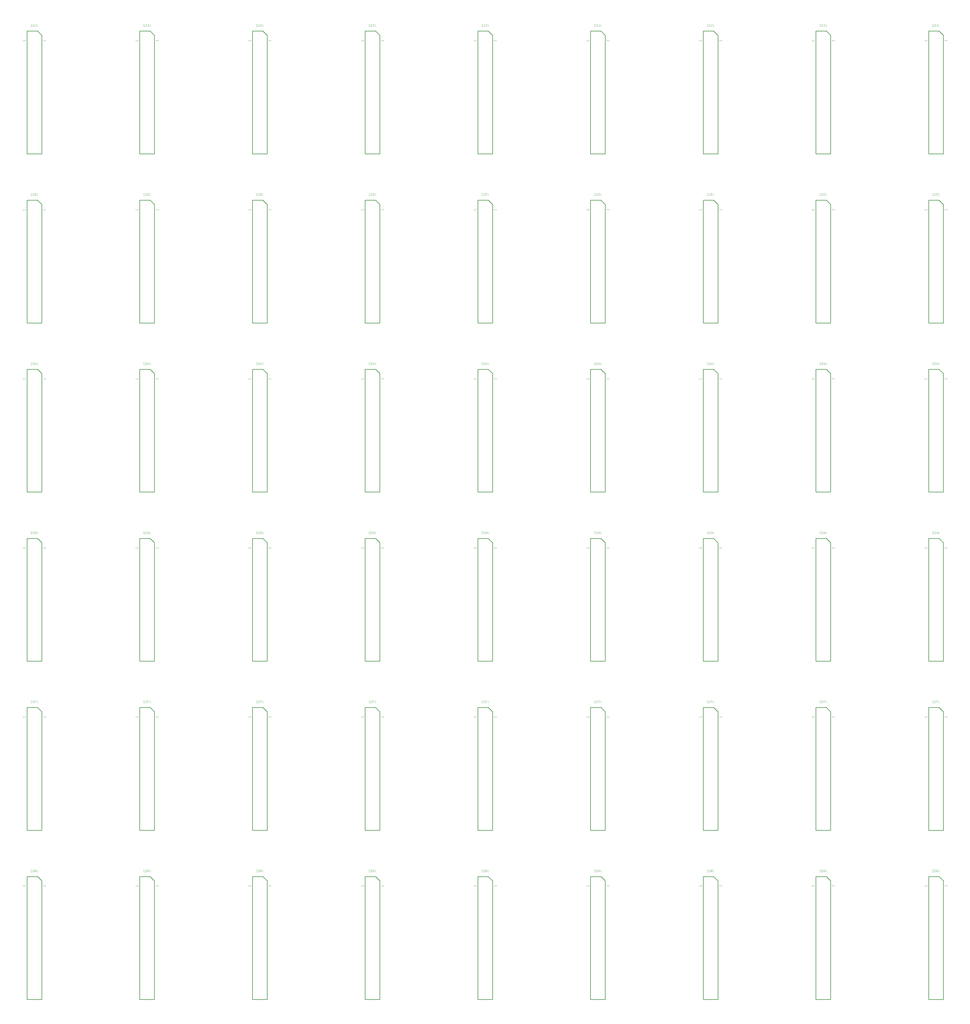
<source format=gbr>
%TF.GenerationSoftware,KiCad,Pcbnew,(5.1.9-0-10_14)*%
%TF.CreationDate,2021-06-01T11:43:06-04:00*%
%TF.ProjectId,9x9backplane,39783962-6163-46b7-906c-616e652e6b69,C*%
%TF.SameCoordinates,Original*%
%TF.FileFunction,Legend,Bot*%
%TF.FilePolarity,Positive*%
%FSLAX46Y46*%
G04 Gerber Fmt 4.6, Leading zero omitted, Abs format (unit mm)*
G04 Created by KiCad (PCBNEW (5.1.9-0-10_14)) date 2021-06-01 11:43:06*
%MOMM*%
%LPD*%
G01*
G04 APERTURE LIST*
%ADD10C,0.250000*%
%ADD11C,0.015000*%
G04 APERTURE END LIST*
D10*
%TO.C,J902*%
X473700000Y-491875000D02*
X480300000Y-491875000D01*
X473700000Y-436875000D02*
X473700000Y-491875000D01*
X478400000Y-436875000D02*
X473700000Y-436875000D01*
X480300000Y-438775000D02*
X478400000Y-436875000D01*
X480300000Y-491875000D02*
X480300000Y-438775000D01*
%TO.C,J702*%
X480300000Y-416125000D02*
X480300000Y-363025000D01*
X480300000Y-363025000D02*
X478400000Y-361125000D01*
X478400000Y-361125000D02*
X473700000Y-361125000D01*
X473700000Y-361125000D02*
X473700000Y-416125000D01*
X473700000Y-416125000D02*
X480300000Y-416125000D01*
%TO.C,J602*%
X473700000Y-340375000D02*
X480300000Y-340375000D01*
X473700000Y-285375000D02*
X473700000Y-340375000D01*
X478400000Y-285375000D02*
X473700000Y-285375000D01*
X480300000Y-287275000D02*
X478400000Y-285375000D01*
X480300000Y-340375000D02*
X480300000Y-287275000D01*
%TO.C,J402*%
X480300000Y-264625000D02*
X480300000Y-211525000D01*
X480300000Y-211525000D02*
X478400000Y-209625000D01*
X478400000Y-209625000D02*
X473700000Y-209625000D01*
X473700000Y-209625000D02*
X473700000Y-264625000D01*
X473700000Y-264625000D02*
X480300000Y-264625000D01*
%TO.C,J102*%
X480300000Y-113125000D02*
X480300000Y-60025000D01*
X480300000Y-60025000D02*
X478400000Y-58125000D01*
X478400000Y-58125000D02*
X473700000Y-58125000D01*
X473700000Y-58125000D02*
X473700000Y-113125000D01*
X473700000Y-113125000D02*
X480300000Y-113125000D01*
%TO.C,J302*%
X480300000Y-188875000D02*
X480300000Y-135775000D01*
X480300000Y-135775000D02*
X478400000Y-133875000D01*
X478400000Y-133875000D02*
X473700000Y-133875000D01*
X473700000Y-133875000D02*
X473700000Y-188875000D01*
X473700000Y-188875000D02*
X480300000Y-188875000D01*
%TO.C,J402*%
X271700000Y-264625000D02*
X278300000Y-264625000D01*
X271700000Y-209625000D02*
X271700000Y-264625000D01*
X276400000Y-209625000D02*
X271700000Y-209625000D01*
X278300000Y-211525000D02*
X276400000Y-209625000D01*
X278300000Y-264625000D02*
X278300000Y-211525000D01*
%TO.C,J102*%
X271700000Y-113125000D02*
X278300000Y-113125000D01*
X271700000Y-58125000D02*
X271700000Y-113125000D01*
X276400000Y-58125000D02*
X271700000Y-58125000D01*
X278300000Y-60025000D02*
X276400000Y-58125000D01*
X278300000Y-113125000D02*
X278300000Y-60025000D01*
%TO.C,J302*%
X271700000Y-188875000D02*
X278300000Y-188875000D01*
X271700000Y-133875000D02*
X271700000Y-188875000D01*
X276400000Y-133875000D02*
X271700000Y-133875000D01*
X278300000Y-135775000D02*
X276400000Y-133875000D01*
X278300000Y-188875000D02*
X278300000Y-135775000D01*
%TO.C,J402*%
X328800000Y-264625000D02*
X328800000Y-211525000D01*
X328800000Y-211525000D02*
X326900000Y-209625000D01*
X326900000Y-209625000D02*
X322200000Y-209625000D01*
X322200000Y-209625000D02*
X322200000Y-264625000D01*
X322200000Y-264625000D02*
X328800000Y-264625000D01*
%TO.C,J102*%
X328800000Y-113125000D02*
X328800000Y-60025000D01*
X328800000Y-60025000D02*
X326900000Y-58125000D01*
X326900000Y-58125000D02*
X322200000Y-58125000D01*
X322200000Y-58125000D02*
X322200000Y-113125000D01*
X322200000Y-113125000D02*
X328800000Y-113125000D01*
%TO.C,J302*%
X328800000Y-188875000D02*
X328800000Y-135775000D01*
X328800000Y-135775000D02*
X326900000Y-133875000D01*
X326900000Y-133875000D02*
X322200000Y-133875000D01*
X322200000Y-133875000D02*
X322200000Y-188875000D01*
X322200000Y-188875000D02*
X328800000Y-188875000D01*
%TO.C,J902*%
X322200000Y-491875000D02*
X328800000Y-491875000D01*
X322200000Y-436875000D02*
X322200000Y-491875000D01*
X326900000Y-436875000D02*
X322200000Y-436875000D01*
X328800000Y-438775000D02*
X326900000Y-436875000D01*
X328800000Y-491875000D02*
X328800000Y-438775000D01*
%TO.C,J702*%
X328800000Y-416125000D02*
X328800000Y-363025000D01*
X328800000Y-363025000D02*
X326900000Y-361125000D01*
X326900000Y-361125000D02*
X322200000Y-361125000D01*
X322200000Y-361125000D02*
X322200000Y-416125000D01*
X322200000Y-416125000D02*
X328800000Y-416125000D01*
%TO.C,J602*%
X322200000Y-340375000D02*
X328800000Y-340375000D01*
X322200000Y-285375000D02*
X322200000Y-340375000D01*
X326900000Y-285375000D02*
X322200000Y-285375000D01*
X328800000Y-287275000D02*
X326900000Y-285375000D01*
X328800000Y-340375000D02*
X328800000Y-287275000D01*
%TO.C,J402*%
X423200000Y-264625000D02*
X429800000Y-264625000D01*
X423200000Y-209625000D02*
X423200000Y-264625000D01*
X427900000Y-209625000D02*
X423200000Y-209625000D01*
X429800000Y-211525000D02*
X427900000Y-209625000D01*
X429800000Y-264625000D02*
X429800000Y-211525000D01*
%TO.C,J102*%
X423200000Y-113125000D02*
X429800000Y-113125000D01*
X423200000Y-58125000D02*
X423200000Y-113125000D01*
X427900000Y-58125000D02*
X423200000Y-58125000D01*
X429800000Y-60025000D02*
X427900000Y-58125000D01*
X429800000Y-113125000D02*
X429800000Y-60025000D01*
%TO.C,J302*%
X423200000Y-188875000D02*
X429800000Y-188875000D01*
X423200000Y-133875000D02*
X423200000Y-188875000D01*
X427900000Y-133875000D02*
X423200000Y-133875000D01*
X429800000Y-135775000D02*
X427900000Y-133875000D01*
X429800000Y-188875000D02*
X429800000Y-135775000D01*
%TO.C,J902*%
X429800000Y-491875000D02*
X429800000Y-438775000D01*
X429800000Y-438775000D02*
X427900000Y-436875000D01*
X427900000Y-436875000D02*
X423200000Y-436875000D01*
X423200000Y-436875000D02*
X423200000Y-491875000D01*
X423200000Y-491875000D02*
X429800000Y-491875000D01*
%TO.C,J702*%
X423200000Y-416125000D02*
X429800000Y-416125000D01*
X423200000Y-361125000D02*
X423200000Y-416125000D01*
X427900000Y-361125000D02*
X423200000Y-361125000D01*
X429800000Y-363025000D02*
X427900000Y-361125000D01*
X429800000Y-416125000D02*
X429800000Y-363025000D01*
%TO.C,J602*%
X372700000Y-340375000D02*
X379300000Y-340375000D01*
X372700000Y-285375000D02*
X372700000Y-340375000D01*
X377400000Y-285375000D02*
X372700000Y-285375000D01*
X379300000Y-287275000D02*
X377400000Y-285375000D01*
X379300000Y-340375000D02*
X379300000Y-287275000D01*
%TO.C,J702*%
X379300000Y-416125000D02*
X379300000Y-363025000D01*
X379300000Y-363025000D02*
X377400000Y-361125000D01*
X377400000Y-361125000D02*
X372700000Y-361125000D01*
X372700000Y-361125000D02*
X372700000Y-416125000D01*
X372700000Y-416125000D02*
X379300000Y-416125000D01*
%TO.C,J902*%
X372700000Y-491875000D02*
X379300000Y-491875000D01*
X372700000Y-436875000D02*
X372700000Y-491875000D01*
X377400000Y-436875000D02*
X372700000Y-436875000D01*
X379300000Y-438775000D02*
X377400000Y-436875000D01*
X379300000Y-491875000D02*
X379300000Y-438775000D01*
%TO.C,J602*%
X429800000Y-340375000D02*
X429800000Y-287275000D01*
X429800000Y-287275000D02*
X427900000Y-285375000D01*
X427900000Y-285375000D02*
X423200000Y-285375000D01*
X423200000Y-285375000D02*
X423200000Y-340375000D01*
X423200000Y-340375000D02*
X429800000Y-340375000D01*
%TO.C,J902*%
X278300000Y-491875000D02*
X278300000Y-438775000D01*
X278300000Y-438775000D02*
X276400000Y-436875000D01*
X276400000Y-436875000D02*
X271700000Y-436875000D01*
X271700000Y-436875000D02*
X271700000Y-491875000D01*
X271700000Y-491875000D02*
X278300000Y-491875000D01*
%TO.C,J702*%
X271700000Y-416125000D02*
X278300000Y-416125000D01*
X271700000Y-361125000D02*
X271700000Y-416125000D01*
X276400000Y-361125000D02*
X271700000Y-361125000D01*
X278300000Y-363025000D02*
X276400000Y-361125000D01*
X278300000Y-416125000D02*
X278300000Y-363025000D01*
%TO.C,J602*%
X278300000Y-340375000D02*
X278300000Y-287275000D01*
X278300000Y-287275000D02*
X276400000Y-285375000D01*
X276400000Y-285375000D02*
X271700000Y-285375000D01*
X271700000Y-285375000D02*
X271700000Y-340375000D01*
X271700000Y-340375000D02*
X278300000Y-340375000D01*
%TO.C,J402*%
X379300000Y-264625000D02*
X379300000Y-211525000D01*
X379300000Y-211525000D02*
X377400000Y-209625000D01*
X377400000Y-209625000D02*
X372700000Y-209625000D01*
X372700000Y-209625000D02*
X372700000Y-264625000D01*
X372700000Y-264625000D02*
X379300000Y-264625000D01*
%TO.C,J102*%
X379300000Y-113125000D02*
X379300000Y-60025000D01*
X379300000Y-60025000D02*
X377400000Y-58125000D01*
X377400000Y-58125000D02*
X372700000Y-58125000D01*
X372700000Y-58125000D02*
X372700000Y-113125000D01*
X372700000Y-113125000D02*
X379300000Y-113125000D01*
%TO.C,J302*%
X379300000Y-188875000D02*
X379300000Y-135775000D01*
X379300000Y-135775000D02*
X377400000Y-133875000D01*
X377400000Y-133875000D02*
X372700000Y-133875000D01*
X372700000Y-133875000D02*
X372700000Y-188875000D01*
X372700000Y-188875000D02*
X379300000Y-188875000D01*
%TO.C,J402*%
X170700000Y-264625000D02*
X177300000Y-264625000D01*
X170700000Y-209625000D02*
X170700000Y-264625000D01*
X175400000Y-209625000D02*
X170700000Y-209625000D01*
X177300000Y-211525000D02*
X175400000Y-209625000D01*
X177300000Y-264625000D02*
X177300000Y-211525000D01*
%TO.C,J102*%
X170700000Y-113125000D02*
X177300000Y-113125000D01*
X170700000Y-58125000D02*
X170700000Y-113125000D01*
X175400000Y-58125000D02*
X170700000Y-58125000D01*
X177300000Y-60025000D02*
X175400000Y-58125000D01*
X177300000Y-113125000D02*
X177300000Y-60025000D01*
%TO.C,J302*%
X170700000Y-188875000D02*
X177300000Y-188875000D01*
X170700000Y-133875000D02*
X170700000Y-188875000D01*
X175400000Y-133875000D02*
X170700000Y-133875000D01*
X177300000Y-135775000D02*
X175400000Y-133875000D01*
X177300000Y-188875000D02*
X177300000Y-135775000D01*
%TO.C,J402*%
X227800000Y-264625000D02*
X227800000Y-211525000D01*
X227800000Y-211525000D02*
X225900000Y-209625000D01*
X225900000Y-209625000D02*
X221200000Y-209625000D01*
X221200000Y-209625000D02*
X221200000Y-264625000D01*
X221200000Y-264625000D02*
X227800000Y-264625000D01*
%TO.C,J102*%
X227800000Y-113125000D02*
X227800000Y-60025000D01*
X227800000Y-60025000D02*
X225900000Y-58125000D01*
X225900000Y-58125000D02*
X221200000Y-58125000D01*
X221200000Y-58125000D02*
X221200000Y-113125000D01*
X221200000Y-113125000D02*
X227800000Y-113125000D01*
%TO.C,J302*%
X227800000Y-188875000D02*
X227800000Y-135775000D01*
X227800000Y-135775000D02*
X225900000Y-133875000D01*
X225900000Y-133875000D02*
X221200000Y-133875000D01*
X221200000Y-133875000D02*
X221200000Y-188875000D01*
X221200000Y-188875000D02*
X227800000Y-188875000D01*
%TO.C,J902*%
X221200000Y-491875000D02*
X227800000Y-491875000D01*
X221200000Y-436875000D02*
X221200000Y-491875000D01*
X225900000Y-436875000D02*
X221200000Y-436875000D01*
X227800000Y-438775000D02*
X225900000Y-436875000D01*
X227800000Y-491875000D02*
X227800000Y-438775000D01*
%TO.C,J702*%
X227800000Y-416125000D02*
X227800000Y-363025000D01*
X227800000Y-363025000D02*
X225900000Y-361125000D01*
X225900000Y-361125000D02*
X221200000Y-361125000D01*
X221200000Y-361125000D02*
X221200000Y-416125000D01*
X221200000Y-416125000D02*
X227800000Y-416125000D01*
%TO.C,J602*%
X221200000Y-340375000D02*
X227800000Y-340375000D01*
X221200000Y-285375000D02*
X221200000Y-340375000D01*
X225900000Y-285375000D02*
X221200000Y-285375000D01*
X227800000Y-287275000D02*
X225900000Y-285375000D01*
X227800000Y-340375000D02*
X227800000Y-287275000D01*
%TO.C,J902*%
X177300000Y-491875000D02*
X177300000Y-438775000D01*
X177300000Y-438775000D02*
X175400000Y-436875000D01*
X175400000Y-436875000D02*
X170700000Y-436875000D01*
X170700000Y-436875000D02*
X170700000Y-491875000D01*
X170700000Y-491875000D02*
X177300000Y-491875000D01*
%TO.C,J702*%
X170700000Y-416125000D02*
X177300000Y-416125000D01*
X170700000Y-361125000D02*
X170700000Y-416125000D01*
X175400000Y-361125000D02*
X170700000Y-361125000D01*
X177300000Y-363025000D02*
X175400000Y-361125000D01*
X177300000Y-416125000D02*
X177300000Y-363025000D01*
%TO.C,J602*%
X177300000Y-340375000D02*
X177300000Y-287275000D01*
X177300000Y-287275000D02*
X175400000Y-285375000D01*
X175400000Y-285375000D02*
X170700000Y-285375000D01*
X170700000Y-285375000D02*
X170700000Y-340375000D01*
X170700000Y-340375000D02*
X177300000Y-340375000D01*
%TO.C,J402*%
X120200000Y-264625000D02*
X126800000Y-264625000D01*
X120200000Y-209625000D02*
X120200000Y-264625000D01*
X124900000Y-209625000D02*
X120200000Y-209625000D01*
X126800000Y-211525000D02*
X124900000Y-209625000D01*
X126800000Y-264625000D02*
X126800000Y-211525000D01*
%TO.C,J102*%
X120200000Y-113125000D02*
X126800000Y-113125000D01*
X120200000Y-58125000D02*
X120200000Y-113125000D01*
X124900000Y-58125000D02*
X120200000Y-58125000D01*
X126800000Y-60025000D02*
X124900000Y-58125000D01*
X126800000Y-113125000D02*
X126800000Y-60025000D01*
%TO.C,J302*%
X120200000Y-188875000D02*
X126800000Y-188875000D01*
X120200000Y-133875000D02*
X120200000Y-188875000D01*
X124900000Y-133875000D02*
X120200000Y-133875000D01*
X126800000Y-135775000D02*
X124900000Y-133875000D01*
X126800000Y-188875000D02*
X126800000Y-135775000D01*
%TO.C,J902*%
X126800000Y-491875000D02*
X126800000Y-438775000D01*
X126800000Y-438775000D02*
X124900000Y-436875000D01*
X124900000Y-436875000D02*
X120200000Y-436875000D01*
X120200000Y-436875000D02*
X120200000Y-491875000D01*
X120200000Y-491875000D02*
X126800000Y-491875000D01*
%TO.C,J702*%
X120200000Y-416125000D02*
X126800000Y-416125000D01*
X120200000Y-361125000D02*
X120200000Y-416125000D01*
X124900000Y-361125000D02*
X120200000Y-361125000D01*
X126800000Y-363025000D02*
X124900000Y-361125000D01*
X126800000Y-416125000D02*
X126800000Y-363025000D01*
%TO.C,J602*%
X126800000Y-340375000D02*
X126800000Y-287275000D01*
X126800000Y-287275000D02*
X124900000Y-285375000D01*
X124900000Y-285375000D02*
X120200000Y-285375000D01*
X120200000Y-285375000D02*
X120200000Y-340375000D01*
X120200000Y-340375000D02*
X126800000Y-340375000D01*
%TO.C,J402*%
X76300000Y-264625000D02*
X76300000Y-211525000D01*
X76300000Y-211525000D02*
X74400000Y-209625000D01*
X74400000Y-209625000D02*
X69700000Y-209625000D01*
X69700000Y-209625000D02*
X69700000Y-264625000D01*
X69700000Y-264625000D02*
X76300000Y-264625000D01*
%TO.C,J302*%
X76300000Y-188875000D02*
X76300000Y-135775000D01*
X76300000Y-135775000D02*
X74400000Y-133875000D01*
X74400000Y-133875000D02*
X69700000Y-133875000D01*
X69700000Y-133875000D02*
X69700000Y-188875000D01*
X69700000Y-188875000D02*
X76300000Y-188875000D01*
%TO.C,J102*%
X76300000Y-113125000D02*
X76300000Y-60025000D01*
X76300000Y-60025000D02*
X74400000Y-58125000D01*
X74400000Y-58125000D02*
X69700000Y-58125000D01*
X69700000Y-58125000D02*
X69700000Y-113125000D01*
X69700000Y-113125000D02*
X76300000Y-113125000D01*
%TO.C,J602*%
X69700000Y-340375000D02*
X76300000Y-340375000D01*
X69700000Y-285375000D02*
X69700000Y-340375000D01*
X74400000Y-285375000D02*
X69700000Y-285375000D01*
X76300000Y-287275000D02*
X74400000Y-285375000D01*
X76300000Y-340375000D02*
X76300000Y-287275000D01*
%TO.C,J702*%
X76300000Y-416125000D02*
X76300000Y-363025000D01*
X76300000Y-363025000D02*
X74400000Y-361125000D01*
X74400000Y-361125000D02*
X69700000Y-361125000D01*
X69700000Y-361125000D02*
X69700000Y-416125000D01*
X69700000Y-416125000D02*
X76300000Y-416125000D01*
%TO.C,J902*%
X69700000Y-491875000D02*
X76300000Y-491875000D01*
X69700000Y-436875000D02*
X69700000Y-491875000D01*
X74400000Y-436875000D02*
X69700000Y-436875000D01*
X76300000Y-438775000D02*
X74400000Y-436875000D01*
X76300000Y-491875000D02*
X76300000Y-438775000D01*
D11*
X478285855Y-433827320D02*
X478285855Y-434541685D01*
X478333480Y-434684557D01*
X478428728Y-434779806D01*
X478571601Y-434827430D01*
X478666850Y-434827430D01*
X477761988Y-434827430D02*
X477571491Y-434827430D01*
X477476242Y-434779806D01*
X477428618Y-434732182D01*
X477333370Y-434589309D01*
X477285745Y-434398812D01*
X477285745Y-434017817D01*
X477333370Y-433922569D01*
X477380994Y-433874945D01*
X477476242Y-433827320D01*
X477666740Y-433827320D01*
X477761988Y-433874945D01*
X477809612Y-433922569D01*
X477857237Y-434017817D01*
X477857237Y-434255939D01*
X477809612Y-434351187D01*
X477761988Y-434398812D01*
X477666740Y-434446436D01*
X477476242Y-434446436D01*
X477380994Y-434398812D01*
X477333370Y-434351187D01*
X477285745Y-434255939D01*
X476666630Y-433827320D02*
X476571381Y-433827320D01*
X476476132Y-433874945D01*
X476428508Y-433922569D01*
X476380884Y-434017817D01*
X476333260Y-434208315D01*
X476333260Y-434446436D01*
X476380884Y-434636933D01*
X476428508Y-434732182D01*
X476476132Y-434779806D01*
X476571381Y-434827430D01*
X476666630Y-434827430D01*
X476761878Y-434779806D01*
X476809502Y-434732182D01*
X476857127Y-434636933D01*
X476904751Y-434446436D01*
X476904751Y-434208315D01*
X476857127Y-434017817D01*
X476809502Y-433922569D01*
X476761878Y-433874945D01*
X476666630Y-433827320D01*
X475952265Y-433922569D02*
X475904641Y-433874945D01*
X475809392Y-433827320D01*
X475571271Y-433827320D01*
X475476022Y-433874945D01*
X475428398Y-433922569D01*
X475380774Y-434017817D01*
X475380774Y-434113066D01*
X475428398Y-434255939D01*
X475999890Y-434827430D01*
X475380774Y-434827430D01*
X481952409Y-441285732D02*
X481952409Y-440714267D01*
X481952409Y-441000000D02*
X480952346Y-441000000D01*
X481095212Y-440904755D01*
X481190456Y-440809511D01*
X481238078Y-440714267D01*
X472047059Y-440713932D02*
X471999382Y-440761610D01*
X471951704Y-440856966D01*
X471951704Y-441095355D01*
X471999382Y-441190711D01*
X472047059Y-441238389D01*
X472142415Y-441286067D01*
X472237771Y-441286067D01*
X472380805Y-441238389D01*
X472952940Y-440666254D01*
X472952940Y-441286067D01*
%TO.C,J702*%
X478285855Y-358077320D02*
X478285855Y-358791685D01*
X478333480Y-358934557D01*
X478428728Y-359029806D01*
X478571601Y-359077430D01*
X478666850Y-359077430D01*
X477904861Y-358077320D02*
X477238121Y-358077320D01*
X477666740Y-359077430D01*
X476666630Y-358077320D02*
X476571381Y-358077320D01*
X476476132Y-358124945D01*
X476428508Y-358172569D01*
X476380884Y-358267817D01*
X476333260Y-358458315D01*
X476333260Y-358696436D01*
X476380884Y-358886933D01*
X476428508Y-358982182D01*
X476476132Y-359029806D01*
X476571381Y-359077430D01*
X476666630Y-359077430D01*
X476761878Y-359029806D01*
X476809502Y-358982182D01*
X476857127Y-358886933D01*
X476904751Y-358696436D01*
X476904751Y-358458315D01*
X476857127Y-358267817D01*
X476809502Y-358172569D01*
X476761878Y-358124945D01*
X476666630Y-358077320D01*
X475952265Y-358172569D02*
X475904641Y-358124945D01*
X475809392Y-358077320D01*
X475571271Y-358077320D01*
X475476022Y-358124945D01*
X475428398Y-358172569D01*
X475380774Y-358267817D01*
X475380774Y-358363066D01*
X475428398Y-358505939D01*
X475999890Y-359077430D01*
X475380774Y-359077430D01*
X472047059Y-365070132D02*
X471999382Y-365117810D01*
X471951704Y-365213166D01*
X471951704Y-365451555D01*
X471999382Y-365546911D01*
X472047059Y-365594589D01*
X472142415Y-365642267D01*
X472237771Y-365642267D01*
X472380805Y-365594589D01*
X472952940Y-365022454D01*
X472952940Y-365642267D01*
X481952409Y-365669232D02*
X481952409Y-365097767D01*
X481952409Y-365383500D02*
X480952346Y-365383500D01*
X481095212Y-365288255D01*
X481190456Y-365193011D01*
X481238078Y-365097767D01*
%TO.C,J602*%
X478285855Y-282327320D02*
X478285855Y-283041685D01*
X478333480Y-283184557D01*
X478428728Y-283279806D01*
X478571601Y-283327430D01*
X478666850Y-283327430D01*
X477380994Y-282327320D02*
X477571491Y-282327320D01*
X477666740Y-282374945D01*
X477714364Y-282422569D01*
X477809612Y-282565442D01*
X477857237Y-282755939D01*
X477857237Y-283136933D01*
X477809612Y-283232182D01*
X477761988Y-283279806D01*
X477666740Y-283327430D01*
X477476242Y-283327430D01*
X477380994Y-283279806D01*
X477333370Y-283232182D01*
X477285745Y-283136933D01*
X477285745Y-282898812D01*
X477333370Y-282803563D01*
X477380994Y-282755939D01*
X477476242Y-282708315D01*
X477666740Y-282708315D01*
X477761988Y-282755939D01*
X477809612Y-282803563D01*
X477857237Y-282898812D01*
X476666630Y-282327320D02*
X476571381Y-282327320D01*
X476476132Y-282374945D01*
X476428508Y-282422569D01*
X476380884Y-282517817D01*
X476333260Y-282708315D01*
X476333260Y-282946436D01*
X476380884Y-283136933D01*
X476428508Y-283232182D01*
X476476132Y-283279806D01*
X476571381Y-283327430D01*
X476666630Y-283327430D01*
X476761878Y-283279806D01*
X476809502Y-283232182D01*
X476857127Y-283136933D01*
X476904751Y-282946436D01*
X476904751Y-282708315D01*
X476857127Y-282517817D01*
X476809502Y-282422569D01*
X476761878Y-282374945D01*
X476666630Y-282327320D01*
X475952265Y-282422569D02*
X475904641Y-282374945D01*
X475809392Y-282327320D01*
X475571271Y-282327320D01*
X475476022Y-282374945D01*
X475428398Y-282422569D01*
X475380774Y-282517817D01*
X475380774Y-282613066D01*
X475428398Y-282755939D01*
X475999890Y-283327430D01*
X475380774Y-283327430D01*
X481952409Y-289919232D02*
X481952409Y-289347767D01*
X481952409Y-289633500D02*
X480952346Y-289633500D01*
X481095212Y-289538255D01*
X481190456Y-289443011D01*
X481238078Y-289347767D01*
X472047059Y-289320132D02*
X471999382Y-289367810D01*
X471951704Y-289463166D01*
X471951704Y-289701555D01*
X471999382Y-289796911D01*
X472047059Y-289844589D01*
X472142415Y-289892267D01*
X472237771Y-289892267D01*
X472380805Y-289844589D01*
X472952940Y-289272454D01*
X472952940Y-289892267D01*
%TO.C,J402*%
X478285855Y-206577320D02*
X478285855Y-207291685D01*
X478333480Y-207434557D01*
X478428728Y-207529806D01*
X478571601Y-207577430D01*
X478666850Y-207577430D01*
X477380994Y-206910690D02*
X477380994Y-207577430D01*
X477619115Y-206529696D02*
X477857237Y-207244060D01*
X477238121Y-207244060D01*
X476666630Y-206577320D02*
X476571381Y-206577320D01*
X476476132Y-206624945D01*
X476428508Y-206672569D01*
X476380884Y-206767817D01*
X476333260Y-206958315D01*
X476333260Y-207196436D01*
X476380884Y-207386933D01*
X476428508Y-207482182D01*
X476476132Y-207529806D01*
X476571381Y-207577430D01*
X476666630Y-207577430D01*
X476761878Y-207529806D01*
X476809502Y-207482182D01*
X476857127Y-207386933D01*
X476904751Y-207196436D01*
X476904751Y-206958315D01*
X476857127Y-206767817D01*
X476809502Y-206672569D01*
X476761878Y-206624945D01*
X476666630Y-206577320D01*
X475952265Y-206672569D02*
X475904641Y-206624945D01*
X475809392Y-206577320D01*
X475571271Y-206577320D01*
X475476022Y-206624945D01*
X475428398Y-206672569D01*
X475380774Y-206767817D01*
X475380774Y-206863066D01*
X475428398Y-207005939D01*
X475999890Y-207577430D01*
X475380774Y-207577430D01*
X472047059Y-213570132D02*
X471999382Y-213617810D01*
X471951704Y-213713166D01*
X471951704Y-213951555D01*
X471999382Y-214046911D01*
X472047059Y-214094589D01*
X472142415Y-214142267D01*
X472237771Y-214142267D01*
X472380805Y-214094589D01*
X472952940Y-213522454D01*
X472952940Y-214142267D01*
X481952409Y-214160732D02*
X481952409Y-213589267D01*
X481952409Y-213875000D02*
X480952346Y-213875000D01*
X481095212Y-213779755D01*
X481190456Y-213684511D01*
X481238078Y-213589267D01*
%TO.C,J102*%
X478285855Y-55077320D02*
X478285855Y-55791685D01*
X478333480Y-55934557D01*
X478428728Y-56029806D01*
X478571601Y-56077430D01*
X478666850Y-56077430D01*
X477285745Y-56077430D02*
X477857237Y-56077430D01*
X477571491Y-56077430D02*
X477571491Y-55077320D01*
X477666740Y-55220193D01*
X477761988Y-55315442D01*
X477857237Y-55363066D01*
X476666630Y-55077320D02*
X476571381Y-55077320D01*
X476476132Y-55124945D01*
X476428508Y-55172569D01*
X476380884Y-55267817D01*
X476333260Y-55458315D01*
X476333260Y-55696436D01*
X476380884Y-55886933D01*
X476428508Y-55982182D01*
X476476132Y-56029806D01*
X476571381Y-56077430D01*
X476666630Y-56077430D01*
X476761878Y-56029806D01*
X476809502Y-55982182D01*
X476857127Y-55886933D01*
X476904751Y-55696436D01*
X476904751Y-55458315D01*
X476857127Y-55267817D01*
X476809502Y-55172569D01*
X476761878Y-55124945D01*
X476666630Y-55077320D01*
X475952265Y-55172569D02*
X475904641Y-55124945D01*
X475809392Y-55077320D01*
X475571271Y-55077320D01*
X475476022Y-55124945D01*
X475428398Y-55172569D01*
X475380774Y-55267817D01*
X475380774Y-55363066D01*
X475428398Y-55505939D01*
X475999890Y-56077430D01*
X475380774Y-56077430D01*
X472047059Y-62070132D02*
X471999382Y-62117810D01*
X471951704Y-62213166D01*
X471951704Y-62451555D01*
X471999382Y-62546911D01*
X472047059Y-62594589D01*
X472142415Y-62642267D01*
X472237771Y-62642267D01*
X472380805Y-62594589D01*
X472952940Y-62022454D01*
X472952940Y-62642267D01*
X481952409Y-62660732D02*
X481952409Y-62089267D01*
X481952409Y-62375000D02*
X480952346Y-62375000D01*
X481095212Y-62279755D01*
X481190456Y-62184511D01*
X481238078Y-62089267D01*
%TO.C,J302*%
X478285855Y-130827320D02*
X478285855Y-131541685D01*
X478333480Y-131684557D01*
X478428728Y-131779806D01*
X478571601Y-131827430D01*
X478666850Y-131827430D01*
X477904861Y-130827320D02*
X477285745Y-130827320D01*
X477619115Y-131208315D01*
X477476242Y-131208315D01*
X477380994Y-131255939D01*
X477333370Y-131303563D01*
X477285745Y-131398812D01*
X477285745Y-131636933D01*
X477333370Y-131732182D01*
X477380994Y-131779806D01*
X477476242Y-131827430D01*
X477761988Y-131827430D01*
X477857237Y-131779806D01*
X477904861Y-131732182D01*
X476666630Y-130827320D02*
X476571381Y-130827320D01*
X476476132Y-130874945D01*
X476428508Y-130922569D01*
X476380884Y-131017817D01*
X476333260Y-131208315D01*
X476333260Y-131446436D01*
X476380884Y-131636933D01*
X476428508Y-131732182D01*
X476476132Y-131779806D01*
X476571381Y-131827430D01*
X476666630Y-131827430D01*
X476761878Y-131779806D01*
X476809502Y-131732182D01*
X476857127Y-131636933D01*
X476904751Y-131446436D01*
X476904751Y-131208315D01*
X476857127Y-131017817D01*
X476809502Y-130922569D01*
X476761878Y-130874945D01*
X476666630Y-130827320D01*
X475952265Y-130922569D02*
X475904641Y-130874945D01*
X475809392Y-130827320D01*
X475571271Y-130827320D01*
X475476022Y-130874945D01*
X475428398Y-130922569D01*
X475380774Y-131017817D01*
X475380774Y-131113066D01*
X475428398Y-131255939D01*
X475999890Y-131827430D01*
X475380774Y-131827430D01*
X472047059Y-137820132D02*
X471999382Y-137867810D01*
X471951704Y-137963166D01*
X471951704Y-138201555D01*
X471999382Y-138296911D01*
X472047059Y-138344589D01*
X472142415Y-138392267D01*
X472237771Y-138392267D01*
X472380805Y-138344589D01*
X472952940Y-137772454D01*
X472952940Y-138392267D01*
X481952409Y-138419232D02*
X481952409Y-137847767D01*
X481952409Y-138133500D02*
X480952346Y-138133500D01*
X481095212Y-138038255D01*
X481190456Y-137943011D01*
X481238078Y-137847767D01*
%TO.C,J402*%
X276285855Y-206577320D02*
X276285855Y-207291685D01*
X276333480Y-207434557D01*
X276428728Y-207529806D01*
X276571601Y-207577430D01*
X276666850Y-207577430D01*
X275380994Y-206910690D02*
X275380994Y-207577430D01*
X275619115Y-206529696D02*
X275857237Y-207244060D01*
X275238121Y-207244060D01*
X274666630Y-206577320D02*
X274571381Y-206577320D01*
X274476132Y-206624945D01*
X274428508Y-206672569D01*
X274380884Y-206767817D01*
X274333260Y-206958315D01*
X274333260Y-207196436D01*
X274380884Y-207386933D01*
X274428508Y-207482182D01*
X274476132Y-207529806D01*
X274571381Y-207577430D01*
X274666630Y-207577430D01*
X274761878Y-207529806D01*
X274809502Y-207482182D01*
X274857127Y-207386933D01*
X274904751Y-207196436D01*
X274904751Y-206958315D01*
X274857127Y-206767817D01*
X274809502Y-206672569D01*
X274761878Y-206624945D01*
X274666630Y-206577320D01*
X273952265Y-206672569D02*
X273904641Y-206624945D01*
X273809392Y-206577320D01*
X273571271Y-206577320D01*
X273476022Y-206624945D01*
X273428398Y-206672569D01*
X273380774Y-206767817D01*
X273380774Y-206863066D01*
X273428398Y-207005939D01*
X273999890Y-207577430D01*
X273380774Y-207577430D01*
X279952409Y-214160732D02*
X279952409Y-213589267D01*
X279952409Y-213875000D02*
X278952346Y-213875000D01*
X279095212Y-213779755D01*
X279190456Y-213684511D01*
X279238078Y-213589267D01*
X270047059Y-213570132D02*
X269999382Y-213617810D01*
X269951704Y-213713166D01*
X269951704Y-213951555D01*
X269999382Y-214046911D01*
X270047059Y-214094589D01*
X270142415Y-214142267D01*
X270237771Y-214142267D01*
X270380805Y-214094589D01*
X270952940Y-213522454D01*
X270952940Y-214142267D01*
%TO.C,J102*%
X276285855Y-55077320D02*
X276285855Y-55791685D01*
X276333480Y-55934557D01*
X276428728Y-56029806D01*
X276571601Y-56077430D01*
X276666850Y-56077430D01*
X275285745Y-56077430D02*
X275857237Y-56077430D01*
X275571491Y-56077430D02*
X275571491Y-55077320D01*
X275666740Y-55220193D01*
X275761988Y-55315442D01*
X275857237Y-55363066D01*
X274666630Y-55077320D02*
X274571381Y-55077320D01*
X274476132Y-55124945D01*
X274428508Y-55172569D01*
X274380884Y-55267817D01*
X274333260Y-55458315D01*
X274333260Y-55696436D01*
X274380884Y-55886933D01*
X274428508Y-55982182D01*
X274476132Y-56029806D01*
X274571381Y-56077430D01*
X274666630Y-56077430D01*
X274761878Y-56029806D01*
X274809502Y-55982182D01*
X274857127Y-55886933D01*
X274904751Y-55696436D01*
X274904751Y-55458315D01*
X274857127Y-55267817D01*
X274809502Y-55172569D01*
X274761878Y-55124945D01*
X274666630Y-55077320D01*
X273952265Y-55172569D02*
X273904641Y-55124945D01*
X273809392Y-55077320D01*
X273571271Y-55077320D01*
X273476022Y-55124945D01*
X273428398Y-55172569D01*
X273380774Y-55267817D01*
X273380774Y-55363066D01*
X273428398Y-55505939D01*
X273999890Y-56077430D01*
X273380774Y-56077430D01*
X279952409Y-62660732D02*
X279952409Y-62089267D01*
X279952409Y-62375000D02*
X278952346Y-62375000D01*
X279095212Y-62279755D01*
X279190456Y-62184511D01*
X279238078Y-62089267D01*
X270047059Y-62070132D02*
X269999382Y-62117810D01*
X269951704Y-62213166D01*
X269951704Y-62451555D01*
X269999382Y-62546911D01*
X270047059Y-62594589D01*
X270142415Y-62642267D01*
X270237771Y-62642267D01*
X270380805Y-62594589D01*
X270952940Y-62022454D01*
X270952940Y-62642267D01*
%TO.C,J302*%
X276285855Y-130827320D02*
X276285855Y-131541685D01*
X276333480Y-131684557D01*
X276428728Y-131779806D01*
X276571601Y-131827430D01*
X276666850Y-131827430D01*
X275904861Y-130827320D02*
X275285745Y-130827320D01*
X275619115Y-131208315D01*
X275476242Y-131208315D01*
X275380994Y-131255939D01*
X275333370Y-131303563D01*
X275285745Y-131398812D01*
X275285745Y-131636933D01*
X275333370Y-131732182D01*
X275380994Y-131779806D01*
X275476242Y-131827430D01*
X275761988Y-131827430D01*
X275857237Y-131779806D01*
X275904861Y-131732182D01*
X274666630Y-130827320D02*
X274571381Y-130827320D01*
X274476132Y-130874945D01*
X274428508Y-130922569D01*
X274380884Y-131017817D01*
X274333260Y-131208315D01*
X274333260Y-131446436D01*
X274380884Y-131636933D01*
X274428508Y-131732182D01*
X274476132Y-131779806D01*
X274571381Y-131827430D01*
X274666630Y-131827430D01*
X274761878Y-131779806D01*
X274809502Y-131732182D01*
X274857127Y-131636933D01*
X274904751Y-131446436D01*
X274904751Y-131208315D01*
X274857127Y-131017817D01*
X274809502Y-130922569D01*
X274761878Y-130874945D01*
X274666630Y-130827320D01*
X273952265Y-130922569D02*
X273904641Y-130874945D01*
X273809392Y-130827320D01*
X273571271Y-130827320D01*
X273476022Y-130874945D01*
X273428398Y-130922569D01*
X273380774Y-131017817D01*
X273380774Y-131113066D01*
X273428398Y-131255939D01*
X273999890Y-131827430D01*
X273380774Y-131827430D01*
X279952409Y-138419232D02*
X279952409Y-137847767D01*
X279952409Y-138133500D02*
X278952346Y-138133500D01*
X279095212Y-138038255D01*
X279190456Y-137943011D01*
X279238078Y-137847767D01*
X270047059Y-137820132D02*
X269999382Y-137867810D01*
X269951704Y-137963166D01*
X269951704Y-138201555D01*
X269999382Y-138296911D01*
X270047059Y-138344589D01*
X270142415Y-138392267D01*
X270237771Y-138392267D01*
X270380805Y-138344589D01*
X270952940Y-137772454D01*
X270952940Y-138392267D01*
%TO.C,J402*%
X326785855Y-206577320D02*
X326785855Y-207291685D01*
X326833480Y-207434557D01*
X326928728Y-207529806D01*
X327071601Y-207577430D01*
X327166850Y-207577430D01*
X325880994Y-206910690D02*
X325880994Y-207577430D01*
X326119115Y-206529696D02*
X326357237Y-207244060D01*
X325738121Y-207244060D01*
X325166630Y-206577320D02*
X325071381Y-206577320D01*
X324976132Y-206624945D01*
X324928508Y-206672569D01*
X324880884Y-206767817D01*
X324833260Y-206958315D01*
X324833260Y-207196436D01*
X324880884Y-207386933D01*
X324928508Y-207482182D01*
X324976132Y-207529806D01*
X325071381Y-207577430D01*
X325166630Y-207577430D01*
X325261878Y-207529806D01*
X325309502Y-207482182D01*
X325357127Y-207386933D01*
X325404751Y-207196436D01*
X325404751Y-206958315D01*
X325357127Y-206767817D01*
X325309502Y-206672569D01*
X325261878Y-206624945D01*
X325166630Y-206577320D01*
X324452265Y-206672569D02*
X324404641Y-206624945D01*
X324309392Y-206577320D01*
X324071271Y-206577320D01*
X323976022Y-206624945D01*
X323928398Y-206672569D01*
X323880774Y-206767817D01*
X323880774Y-206863066D01*
X323928398Y-207005939D01*
X324499890Y-207577430D01*
X323880774Y-207577430D01*
X320547059Y-213570132D02*
X320499382Y-213617810D01*
X320451704Y-213713166D01*
X320451704Y-213951555D01*
X320499382Y-214046911D01*
X320547059Y-214094589D01*
X320642415Y-214142267D01*
X320737771Y-214142267D01*
X320880805Y-214094589D01*
X321452940Y-213522454D01*
X321452940Y-214142267D01*
X330452409Y-214160732D02*
X330452409Y-213589267D01*
X330452409Y-213875000D02*
X329452346Y-213875000D01*
X329595212Y-213779755D01*
X329690456Y-213684511D01*
X329738078Y-213589267D01*
%TO.C,J102*%
X326785855Y-55077320D02*
X326785855Y-55791685D01*
X326833480Y-55934557D01*
X326928728Y-56029806D01*
X327071601Y-56077430D01*
X327166850Y-56077430D01*
X325785745Y-56077430D02*
X326357237Y-56077430D01*
X326071491Y-56077430D02*
X326071491Y-55077320D01*
X326166740Y-55220193D01*
X326261988Y-55315442D01*
X326357237Y-55363066D01*
X325166630Y-55077320D02*
X325071381Y-55077320D01*
X324976132Y-55124945D01*
X324928508Y-55172569D01*
X324880884Y-55267817D01*
X324833260Y-55458315D01*
X324833260Y-55696436D01*
X324880884Y-55886933D01*
X324928508Y-55982182D01*
X324976132Y-56029806D01*
X325071381Y-56077430D01*
X325166630Y-56077430D01*
X325261878Y-56029806D01*
X325309502Y-55982182D01*
X325357127Y-55886933D01*
X325404751Y-55696436D01*
X325404751Y-55458315D01*
X325357127Y-55267817D01*
X325309502Y-55172569D01*
X325261878Y-55124945D01*
X325166630Y-55077320D01*
X324452265Y-55172569D02*
X324404641Y-55124945D01*
X324309392Y-55077320D01*
X324071271Y-55077320D01*
X323976022Y-55124945D01*
X323928398Y-55172569D01*
X323880774Y-55267817D01*
X323880774Y-55363066D01*
X323928398Y-55505939D01*
X324499890Y-56077430D01*
X323880774Y-56077430D01*
X320547059Y-62070132D02*
X320499382Y-62117810D01*
X320451704Y-62213166D01*
X320451704Y-62451555D01*
X320499382Y-62546911D01*
X320547059Y-62594589D01*
X320642415Y-62642267D01*
X320737771Y-62642267D01*
X320880805Y-62594589D01*
X321452940Y-62022454D01*
X321452940Y-62642267D01*
X330452409Y-62660732D02*
X330452409Y-62089267D01*
X330452409Y-62375000D02*
X329452346Y-62375000D01*
X329595212Y-62279755D01*
X329690456Y-62184511D01*
X329738078Y-62089267D01*
%TO.C,J302*%
X326785855Y-130827320D02*
X326785855Y-131541685D01*
X326833480Y-131684557D01*
X326928728Y-131779806D01*
X327071601Y-131827430D01*
X327166850Y-131827430D01*
X326404861Y-130827320D02*
X325785745Y-130827320D01*
X326119115Y-131208315D01*
X325976242Y-131208315D01*
X325880994Y-131255939D01*
X325833370Y-131303563D01*
X325785745Y-131398812D01*
X325785745Y-131636933D01*
X325833370Y-131732182D01*
X325880994Y-131779806D01*
X325976242Y-131827430D01*
X326261988Y-131827430D01*
X326357237Y-131779806D01*
X326404861Y-131732182D01*
X325166630Y-130827320D02*
X325071381Y-130827320D01*
X324976132Y-130874945D01*
X324928508Y-130922569D01*
X324880884Y-131017817D01*
X324833260Y-131208315D01*
X324833260Y-131446436D01*
X324880884Y-131636933D01*
X324928508Y-131732182D01*
X324976132Y-131779806D01*
X325071381Y-131827430D01*
X325166630Y-131827430D01*
X325261878Y-131779806D01*
X325309502Y-131732182D01*
X325357127Y-131636933D01*
X325404751Y-131446436D01*
X325404751Y-131208315D01*
X325357127Y-131017817D01*
X325309502Y-130922569D01*
X325261878Y-130874945D01*
X325166630Y-130827320D01*
X324452265Y-130922569D02*
X324404641Y-130874945D01*
X324309392Y-130827320D01*
X324071271Y-130827320D01*
X323976022Y-130874945D01*
X323928398Y-130922569D01*
X323880774Y-131017817D01*
X323880774Y-131113066D01*
X323928398Y-131255939D01*
X324499890Y-131827430D01*
X323880774Y-131827430D01*
X320547059Y-137820132D02*
X320499382Y-137867810D01*
X320451704Y-137963166D01*
X320451704Y-138201555D01*
X320499382Y-138296911D01*
X320547059Y-138344589D01*
X320642415Y-138392267D01*
X320737771Y-138392267D01*
X320880805Y-138344589D01*
X321452940Y-137772454D01*
X321452940Y-138392267D01*
X330452409Y-138419232D02*
X330452409Y-137847767D01*
X330452409Y-138133500D02*
X329452346Y-138133500D01*
X329595212Y-138038255D01*
X329690456Y-137943011D01*
X329738078Y-137847767D01*
%TO.C,J902*%
X326785855Y-433827320D02*
X326785855Y-434541685D01*
X326833480Y-434684557D01*
X326928728Y-434779806D01*
X327071601Y-434827430D01*
X327166850Y-434827430D01*
X326261988Y-434827430D02*
X326071491Y-434827430D01*
X325976242Y-434779806D01*
X325928618Y-434732182D01*
X325833370Y-434589309D01*
X325785745Y-434398812D01*
X325785745Y-434017817D01*
X325833370Y-433922569D01*
X325880994Y-433874945D01*
X325976242Y-433827320D01*
X326166740Y-433827320D01*
X326261988Y-433874945D01*
X326309612Y-433922569D01*
X326357237Y-434017817D01*
X326357237Y-434255939D01*
X326309612Y-434351187D01*
X326261988Y-434398812D01*
X326166740Y-434446436D01*
X325976242Y-434446436D01*
X325880994Y-434398812D01*
X325833370Y-434351187D01*
X325785745Y-434255939D01*
X325166630Y-433827320D02*
X325071381Y-433827320D01*
X324976132Y-433874945D01*
X324928508Y-433922569D01*
X324880884Y-434017817D01*
X324833260Y-434208315D01*
X324833260Y-434446436D01*
X324880884Y-434636933D01*
X324928508Y-434732182D01*
X324976132Y-434779806D01*
X325071381Y-434827430D01*
X325166630Y-434827430D01*
X325261878Y-434779806D01*
X325309502Y-434732182D01*
X325357127Y-434636933D01*
X325404751Y-434446436D01*
X325404751Y-434208315D01*
X325357127Y-434017817D01*
X325309502Y-433922569D01*
X325261878Y-433874945D01*
X325166630Y-433827320D01*
X324452265Y-433922569D02*
X324404641Y-433874945D01*
X324309392Y-433827320D01*
X324071271Y-433827320D01*
X323976022Y-433874945D01*
X323928398Y-433922569D01*
X323880774Y-434017817D01*
X323880774Y-434113066D01*
X323928398Y-434255939D01*
X324499890Y-434827430D01*
X323880774Y-434827430D01*
X330452409Y-441285732D02*
X330452409Y-440714267D01*
X330452409Y-441000000D02*
X329452346Y-441000000D01*
X329595212Y-440904755D01*
X329690456Y-440809511D01*
X329738078Y-440714267D01*
X320547059Y-440713932D02*
X320499382Y-440761610D01*
X320451704Y-440856966D01*
X320451704Y-441095355D01*
X320499382Y-441190711D01*
X320547059Y-441238389D01*
X320642415Y-441286067D01*
X320737771Y-441286067D01*
X320880805Y-441238389D01*
X321452940Y-440666254D01*
X321452940Y-441286067D01*
%TO.C,J702*%
X326785855Y-358077320D02*
X326785855Y-358791685D01*
X326833480Y-358934557D01*
X326928728Y-359029806D01*
X327071601Y-359077430D01*
X327166850Y-359077430D01*
X326404861Y-358077320D02*
X325738121Y-358077320D01*
X326166740Y-359077430D01*
X325166630Y-358077320D02*
X325071381Y-358077320D01*
X324976132Y-358124945D01*
X324928508Y-358172569D01*
X324880884Y-358267817D01*
X324833260Y-358458315D01*
X324833260Y-358696436D01*
X324880884Y-358886933D01*
X324928508Y-358982182D01*
X324976132Y-359029806D01*
X325071381Y-359077430D01*
X325166630Y-359077430D01*
X325261878Y-359029806D01*
X325309502Y-358982182D01*
X325357127Y-358886933D01*
X325404751Y-358696436D01*
X325404751Y-358458315D01*
X325357127Y-358267817D01*
X325309502Y-358172569D01*
X325261878Y-358124945D01*
X325166630Y-358077320D01*
X324452265Y-358172569D02*
X324404641Y-358124945D01*
X324309392Y-358077320D01*
X324071271Y-358077320D01*
X323976022Y-358124945D01*
X323928398Y-358172569D01*
X323880774Y-358267817D01*
X323880774Y-358363066D01*
X323928398Y-358505939D01*
X324499890Y-359077430D01*
X323880774Y-359077430D01*
X320547059Y-365070132D02*
X320499382Y-365117810D01*
X320451704Y-365213166D01*
X320451704Y-365451555D01*
X320499382Y-365546911D01*
X320547059Y-365594589D01*
X320642415Y-365642267D01*
X320737771Y-365642267D01*
X320880805Y-365594589D01*
X321452940Y-365022454D01*
X321452940Y-365642267D01*
X330452409Y-365669232D02*
X330452409Y-365097767D01*
X330452409Y-365383500D02*
X329452346Y-365383500D01*
X329595212Y-365288255D01*
X329690456Y-365193011D01*
X329738078Y-365097767D01*
%TO.C,J602*%
X326785855Y-282327320D02*
X326785855Y-283041685D01*
X326833480Y-283184557D01*
X326928728Y-283279806D01*
X327071601Y-283327430D01*
X327166850Y-283327430D01*
X325880994Y-282327320D02*
X326071491Y-282327320D01*
X326166740Y-282374945D01*
X326214364Y-282422569D01*
X326309612Y-282565442D01*
X326357237Y-282755939D01*
X326357237Y-283136933D01*
X326309612Y-283232182D01*
X326261988Y-283279806D01*
X326166740Y-283327430D01*
X325976242Y-283327430D01*
X325880994Y-283279806D01*
X325833370Y-283232182D01*
X325785745Y-283136933D01*
X325785745Y-282898812D01*
X325833370Y-282803563D01*
X325880994Y-282755939D01*
X325976242Y-282708315D01*
X326166740Y-282708315D01*
X326261988Y-282755939D01*
X326309612Y-282803563D01*
X326357237Y-282898812D01*
X325166630Y-282327320D02*
X325071381Y-282327320D01*
X324976132Y-282374945D01*
X324928508Y-282422569D01*
X324880884Y-282517817D01*
X324833260Y-282708315D01*
X324833260Y-282946436D01*
X324880884Y-283136933D01*
X324928508Y-283232182D01*
X324976132Y-283279806D01*
X325071381Y-283327430D01*
X325166630Y-283327430D01*
X325261878Y-283279806D01*
X325309502Y-283232182D01*
X325357127Y-283136933D01*
X325404751Y-282946436D01*
X325404751Y-282708315D01*
X325357127Y-282517817D01*
X325309502Y-282422569D01*
X325261878Y-282374945D01*
X325166630Y-282327320D01*
X324452265Y-282422569D02*
X324404641Y-282374945D01*
X324309392Y-282327320D01*
X324071271Y-282327320D01*
X323976022Y-282374945D01*
X323928398Y-282422569D01*
X323880774Y-282517817D01*
X323880774Y-282613066D01*
X323928398Y-282755939D01*
X324499890Y-283327430D01*
X323880774Y-283327430D01*
X330452409Y-289919232D02*
X330452409Y-289347767D01*
X330452409Y-289633500D02*
X329452346Y-289633500D01*
X329595212Y-289538255D01*
X329690456Y-289443011D01*
X329738078Y-289347767D01*
X320547059Y-289320132D02*
X320499382Y-289367810D01*
X320451704Y-289463166D01*
X320451704Y-289701555D01*
X320499382Y-289796911D01*
X320547059Y-289844589D01*
X320642415Y-289892267D01*
X320737771Y-289892267D01*
X320880805Y-289844589D01*
X321452940Y-289272454D01*
X321452940Y-289892267D01*
%TO.C,J402*%
X427785855Y-206577320D02*
X427785855Y-207291685D01*
X427833480Y-207434557D01*
X427928728Y-207529806D01*
X428071601Y-207577430D01*
X428166850Y-207577430D01*
X426880994Y-206910690D02*
X426880994Y-207577430D01*
X427119115Y-206529696D02*
X427357237Y-207244060D01*
X426738121Y-207244060D01*
X426166630Y-206577320D02*
X426071381Y-206577320D01*
X425976132Y-206624945D01*
X425928508Y-206672569D01*
X425880884Y-206767817D01*
X425833260Y-206958315D01*
X425833260Y-207196436D01*
X425880884Y-207386933D01*
X425928508Y-207482182D01*
X425976132Y-207529806D01*
X426071381Y-207577430D01*
X426166630Y-207577430D01*
X426261878Y-207529806D01*
X426309502Y-207482182D01*
X426357127Y-207386933D01*
X426404751Y-207196436D01*
X426404751Y-206958315D01*
X426357127Y-206767817D01*
X426309502Y-206672569D01*
X426261878Y-206624945D01*
X426166630Y-206577320D01*
X425452265Y-206672569D02*
X425404641Y-206624945D01*
X425309392Y-206577320D01*
X425071271Y-206577320D01*
X424976022Y-206624945D01*
X424928398Y-206672569D01*
X424880774Y-206767817D01*
X424880774Y-206863066D01*
X424928398Y-207005939D01*
X425499890Y-207577430D01*
X424880774Y-207577430D01*
X431452409Y-214160732D02*
X431452409Y-213589267D01*
X431452409Y-213875000D02*
X430452346Y-213875000D01*
X430595212Y-213779755D01*
X430690456Y-213684511D01*
X430738078Y-213589267D01*
X421547059Y-213570132D02*
X421499382Y-213617810D01*
X421451704Y-213713166D01*
X421451704Y-213951555D01*
X421499382Y-214046911D01*
X421547059Y-214094589D01*
X421642415Y-214142267D01*
X421737771Y-214142267D01*
X421880805Y-214094589D01*
X422452940Y-213522454D01*
X422452940Y-214142267D01*
%TO.C,J102*%
X427785855Y-55077320D02*
X427785855Y-55791685D01*
X427833480Y-55934557D01*
X427928728Y-56029806D01*
X428071601Y-56077430D01*
X428166850Y-56077430D01*
X426785745Y-56077430D02*
X427357237Y-56077430D01*
X427071491Y-56077430D02*
X427071491Y-55077320D01*
X427166740Y-55220193D01*
X427261988Y-55315442D01*
X427357237Y-55363066D01*
X426166630Y-55077320D02*
X426071381Y-55077320D01*
X425976132Y-55124945D01*
X425928508Y-55172569D01*
X425880884Y-55267817D01*
X425833260Y-55458315D01*
X425833260Y-55696436D01*
X425880884Y-55886933D01*
X425928508Y-55982182D01*
X425976132Y-56029806D01*
X426071381Y-56077430D01*
X426166630Y-56077430D01*
X426261878Y-56029806D01*
X426309502Y-55982182D01*
X426357127Y-55886933D01*
X426404751Y-55696436D01*
X426404751Y-55458315D01*
X426357127Y-55267817D01*
X426309502Y-55172569D01*
X426261878Y-55124945D01*
X426166630Y-55077320D01*
X425452265Y-55172569D02*
X425404641Y-55124945D01*
X425309392Y-55077320D01*
X425071271Y-55077320D01*
X424976022Y-55124945D01*
X424928398Y-55172569D01*
X424880774Y-55267817D01*
X424880774Y-55363066D01*
X424928398Y-55505939D01*
X425499890Y-56077430D01*
X424880774Y-56077430D01*
X431452409Y-62660732D02*
X431452409Y-62089267D01*
X431452409Y-62375000D02*
X430452346Y-62375000D01*
X430595212Y-62279755D01*
X430690456Y-62184511D01*
X430738078Y-62089267D01*
X421547059Y-62070132D02*
X421499382Y-62117810D01*
X421451704Y-62213166D01*
X421451704Y-62451555D01*
X421499382Y-62546911D01*
X421547059Y-62594589D01*
X421642415Y-62642267D01*
X421737771Y-62642267D01*
X421880805Y-62594589D01*
X422452940Y-62022454D01*
X422452940Y-62642267D01*
%TO.C,J302*%
X427785855Y-130827320D02*
X427785855Y-131541685D01*
X427833480Y-131684557D01*
X427928728Y-131779806D01*
X428071601Y-131827430D01*
X428166850Y-131827430D01*
X427404861Y-130827320D02*
X426785745Y-130827320D01*
X427119115Y-131208315D01*
X426976242Y-131208315D01*
X426880994Y-131255939D01*
X426833370Y-131303563D01*
X426785745Y-131398812D01*
X426785745Y-131636933D01*
X426833370Y-131732182D01*
X426880994Y-131779806D01*
X426976242Y-131827430D01*
X427261988Y-131827430D01*
X427357237Y-131779806D01*
X427404861Y-131732182D01*
X426166630Y-130827320D02*
X426071381Y-130827320D01*
X425976132Y-130874945D01*
X425928508Y-130922569D01*
X425880884Y-131017817D01*
X425833260Y-131208315D01*
X425833260Y-131446436D01*
X425880884Y-131636933D01*
X425928508Y-131732182D01*
X425976132Y-131779806D01*
X426071381Y-131827430D01*
X426166630Y-131827430D01*
X426261878Y-131779806D01*
X426309502Y-131732182D01*
X426357127Y-131636933D01*
X426404751Y-131446436D01*
X426404751Y-131208315D01*
X426357127Y-131017817D01*
X426309502Y-130922569D01*
X426261878Y-130874945D01*
X426166630Y-130827320D01*
X425452265Y-130922569D02*
X425404641Y-130874945D01*
X425309392Y-130827320D01*
X425071271Y-130827320D01*
X424976022Y-130874945D01*
X424928398Y-130922569D01*
X424880774Y-131017817D01*
X424880774Y-131113066D01*
X424928398Y-131255939D01*
X425499890Y-131827430D01*
X424880774Y-131827430D01*
X431452409Y-138419232D02*
X431452409Y-137847767D01*
X431452409Y-138133500D02*
X430452346Y-138133500D01*
X430595212Y-138038255D01*
X430690456Y-137943011D01*
X430738078Y-137847767D01*
X421547059Y-137820132D02*
X421499382Y-137867810D01*
X421451704Y-137963166D01*
X421451704Y-138201555D01*
X421499382Y-138296911D01*
X421547059Y-138344589D01*
X421642415Y-138392267D01*
X421737771Y-138392267D01*
X421880805Y-138344589D01*
X422452940Y-137772454D01*
X422452940Y-138392267D01*
%TO.C,J902*%
X427785855Y-433827320D02*
X427785855Y-434541685D01*
X427833480Y-434684557D01*
X427928728Y-434779806D01*
X428071601Y-434827430D01*
X428166850Y-434827430D01*
X427261988Y-434827430D02*
X427071491Y-434827430D01*
X426976242Y-434779806D01*
X426928618Y-434732182D01*
X426833370Y-434589309D01*
X426785745Y-434398812D01*
X426785745Y-434017817D01*
X426833370Y-433922569D01*
X426880994Y-433874945D01*
X426976242Y-433827320D01*
X427166740Y-433827320D01*
X427261988Y-433874945D01*
X427309612Y-433922569D01*
X427357237Y-434017817D01*
X427357237Y-434255939D01*
X427309612Y-434351187D01*
X427261988Y-434398812D01*
X427166740Y-434446436D01*
X426976242Y-434446436D01*
X426880994Y-434398812D01*
X426833370Y-434351187D01*
X426785745Y-434255939D01*
X426166630Y-433827320D02*
X426071381Y-433827320D01*
X425976132Y-433874945D01*
X425928508Y-433922569D01*
X425880884Y-434017817D01*
X425833260Y-434208315D01*
X425833260Y-434446436D01*
X425880884Y-434636933D01*
X425928508Y-434732182D01*
X425976132Y-434779806D01*
X426071381Y-434827430D01*
X426166630Y-434827430D01*
X426261878Y-434779806D01*
X426309502Y-434732182D01*
X426357127Y-434636933D01*
X426404751Y-434446436D01*
X426404751Y-434208315D01*
X426357127Y-434017817D01*
X426309502Y-433922569D01*
X426261878Y-433874945D01*
X426166630Y-433827320D01*
X425452265Y-433922569D02*
X425404641Y-433874945D01*
X425309392Y-433827320D01*
X425071271Y-433827320D01*
X424976022Y-433874945D01*
X424928398Y-433922569D01*
X424880774Y-434017817D01*
X424880774Y-434113066D01*
X424928398Y-434255939D01*
X425499890Y-434827430D01*
X424880774Y-434827430D01*
X421547059Y-440713932D02*
X421499382Y-440761610D01*
X421451704Y-440856966D01*
X421451704Y-441095355D01*
X421499382Y-441190711D01*
X421547059Y-441238389D01*
X421642415Y-441286067D01*
X421737771Y-441286067D01*
X421880805Y-441238389D01*
X422452940Y-440666254D01*
X422452940Y-441286067D01*
X431452409Y-441285732D02*
X431452409Y-440714267D01*
X431452409Y-441000000D02*
X430452346Y-441000000D01*
X430595212Y-440904755D01*
X430690456Y-440809511D01*
X430738078Y-440714267D01*
%TO.C,J702*%
X427785855Y-358077320D02*
X427785855Y-358791685D01*
X427833480Y-358934557D01*
X427928728Y-359029806D01*
X428071601Y-359077430D01*
X428166850Y-359077430D01*
X427404861Y-358077320D02*
X426738121Y-358077320D01*
X427166740Y-359077430D01*
X426166630Y-358077320D02*
X426071381Y-358077320D01*
X425976132Y-358124945D01*
X425928508Y-358172569D01*
X425880884Y-358267817D01*
X425833260Y-358458315D01*
X425833260Y-358696436D01*
X425880884Y-358886933D01*
X425928508Y-358982182D01*
X425976132Y-359029806D01*
X426071381Y-359077430D01*
X426166630Y-359077430D01*
X426261878Y-359029806D01*
X426309502Y-358982182D01*
X426357127Y-358886933D01*
X426404751Y-358696436D01*
X426404751Y-358458315D01*
X426357127Y-358267817D01*
X426309502Y-358172569D01*
X426261878Y-358124945D01*
X426166630Y-358077320D01*
X425452265Y-358172569D02*
X425404641Y-358124945D01*
X425309392Y-358077320D01*
X425071271Y-358077320D01*
X424976022Y-358124945D01*
X424928398Y-358172569D01*
X424880774Y-358267817D01*
X424880774Y-358363066D01*
X424928398Y-358505939D01*
X425499890Y-359077430D01*
X424880774Y-359077430D01*
X431452409Y-365669232D02*
X431452409Y-365097767D01*
X431452409Y-365383500D02*
X430452346Y-365383500D01*
X430595212Y-365288255D01*
X430690456Y-365193011D01*
X430738078Y-365097767D01*
X421547059Y-365070132D02*
X421499382Y-365117810D01*
X421451704Y-365213166D01*
X421451704Y-365451555D01*
X421499382Y-365546911D01*
X421547059Y-365594589D01*
X421642415Y-365642267D01*
X421737771Y-365642267D01*
X421880805Y-365594589D01*
X422452940Y-365022454D01*
X422452940Y-365642267D01*
%TO.C,J602*%
X377285855Y-282327320D02*
X377285855Y-283041685D01*
X377333480Y-283184557D01*
X377428728Y-283279806D01*
X377571601Y-283327430D01*
X377666850Y-283327430D01*
X376380994Y-282327320D02*
X376571491Y-282327320D01*
X376666740Y-282374945D01*
X376714364Y-282422569D01*
X376809612Y-282565442D01*
X376857237Y-282755939D01*
X376857237Y-283136933D01*
X376809612Y-283232182D01*
X376761988Y-283279806D01*
X376666740Y-283327430D01*
X376476242Y-283327430D01*
X376380994Y-283279806D01*
X376333370Y-283232182D01*
X376285745Y-283136933D01*
X376285745Y-282898812D01*
X376333370Y-282803563D01*
X376380994Y-282755939D01*
X376476242Y-282708315D01*
X376666740Y-282708315D01*
X376761988Y-282755939D01*
X376809612Y-282803563D01*
X376857237Y-282898812D01*
X375666630Y-282327320D02*
X375571381Y-282327320D01*
X375476132Y-282374945D01*
X375428508Y-282422569D01*
X375380884Y-282517817D01*
X375333260Y-282708315D01*
X375333260Y-282946436D01*
X375380884Y-283136933D01*
X375428508Y-283232182D01*
X375476132Y-283279806D01*
X375571381Y-283327430D01*
X375666630Y-283327430D01*
X375761878Y-283279806D01*
X375809502Y-283232182D01*
X375857127Y-283136933D01*
X375904751Y-282946436D01*
X375904751Y-282708315D01*
X375857127Y-282517817D01*
X375809502Y-282422569D01*
X375761878Y-282374945D01*
X375666630Y-282327320D01*
X374952265Y-282422569D02*
X374904641Y-282374945D01*
X374809392Y-282327320D01*
X374571271Y-282327320D01*
X374476022Y-282374945D01*
X374428398Y-282422569D01*
X374380774Y-282517817D01*
X374380774Y-282613066D01*
X374428398Y-282755939D01*
X374999890Y-283327430D01*
X374380774Y-283327430D01*
X380952409Y-289919232D02*
X380952409Y-289347767D01*
X380952409Y-289633500D02*
X379952346Y-289633500D01*
X380095212Y-289538255D01*
X380190456Y-289443011D01*
X380238078Y-289347767D01*
X371047059Y-289320132D02*
X370999382Y-289367810D01*
X370951704Y-289463166D01*
X370951704Y-289701555D01*
X370999382Y-289796911D01*
X371047059Y-289844589D01*
X371142415Y-289892267D01*
X371237771Y-289892267D01*
X371380805Y-289844589D01*
X371952940Y-289272454D01*
X371952940Y-289892267D01*
%TO.C,J702*%
X377285855Y-358077320D02*
X377285855Y-358791685D01*
X377333480Y-358934557D01*
X377428728Y-359029806D01*
X377571601Y-359077430D01*
X377666850Y-359077430D01*
X376904861Y-358077320D02*
X376238121Y-358077320D01*
X376666740Y-359077430D01*
X375666630Y-358077320D02*
X375571381Y-358077320D01*
X375476132Y-358124945D01*
X375428508Y-358172569D01*
X375380884Y-358267817D01*
X375333260Y-358458315D01*
X375333260Y-358696436D01*
X375380884Y-358886933D01*
X375428508Y-358982182D01*
X375476132Y-359029806D01*
X375571381Y-359077430D01*
X375666630Y-359077430D01*
X375761878Y-359029806D01*
X375809502Y-358982182D01*
X375857127Y-358886933D01*
X375904751Y-358696436D01*
X375904751Y-358458315D01*
X375857127Y-358267817D01*
X375809502Y-358172569D01*
X375761878Y-358124945D01*
X375666630Y-358077320D01*
X374952265Y-358172569D02*
X374904641Y-358124945D01*
X374809392Y-358077320D01*
X374571271Y-358077320D01*
X374476022Y-358124945D01*
X374428398Y-358172569D01*
X374380774Y-358267817D01*
X374380774Y-358363066D01*
X374428398Y-358505939D01*
X374999890Y-359077430D01*
X374380774Y-359077430D01*
X371047059Y-365070132D02*
X370999382Y-365117810D01*
X370951704Y-365213166D01*
X370951704Y-365451555D01*
X370999382Y-365546911D01*
X371047059Y-365594589D01*
X371142415Y-365642267D01*
X371237771Y-365642267D01*
X371380805Y-365594589D01*
X371952940Y-365022454D01*
X371952940Y-365642267D01*
X380952409Y-365669232D02*
X380952409Y-365097767D01*
X380952409Y-365383500D02*
X379952346Y-365383500D01*
X380095212Y-365288255D01*
X380190456Y-365193011D01*
X380238078Y-365097767D01*
%TO.C,J902*%
X377285855Y-433827320D02*
X377285855Y-434541685D01*
X377333480Y-434684557D01*
X377428728Y-434779806D01*
X377571601Y-434827430D01*
X377666850Y-434827430D01*
X376761988Y-434827430D02*
X376571491Y-434827430D01*
X376476242Y-434779806D01*
X376428618Y-434732182D01*
X376333370Y-434589309D01*
X376285745Y-434398812D01*
X376285745Y-434017817D01*
X376333370Y-433922569D01*
X376380994Y-433874945D01*
X376476242Y-433827320D01*
X376666740Y-433827320D01*
X376761988Y-433874945D01*
X376809612Y-433922569D01*
X376857237Y-434017817D01*
X376857237Y-434255939D01*
X376809612Y-434351187D01*
X376761988Y-434398812D01*
X376666740Y-434446436D01*
X376476242Y-434446436D01*
X376380994Y-434398812D01*
X376333370Y-434351187D01*
X376285745Y-434255939D01*
X375666630Y-433827320D02*
X375571381Y-433827320D01*
X375476132Y-433874945D01*
X375428508Y-433922569D01*
X375380884Y-434017817D01*
X375333260Y-434208315D01*
X375333260Y-434446436D01*
X375380884Y-434636933D01*
X375428508Y-434732182D01*
X375476132Y-434779806D01*
X375571381Y-434827430D01*
X375666630Y-434827430D01*
X375761878Y-434779806D01*
X375809502Y-434732182D01*
X375857127Y-434636933D01*
X375904751Y-434446436D01*
X375904751Y-434208315D01*
X375857127Y-434017817D01*
X375809502Y-433922569D01*
X375761878Y-433874945D01*
X375666630Y-433827320D01*
X374952265Y-433922569D02*
X374904641Y-433874945D01*
X374809392Y-433827320D01*
X374571271Y-433827320D01*
X374476022Y-433874945D01*
X374428398Y-433922569D01*
X374380774Y-434017817D01*
X374380774Y-434113066D01*
X374428398Y-434255939D01*
X374999890Y-434827430D01*
X374380774Y-434827430D01*
X380952409Y-441285732D02*
X380952409Y-440714267D01*
X380952409Y-441000000D02*
X379952346Y-441000000D01*
X380095212Y-440904755D01*
X380190456Y-440809511D01*
X380238078Y-440714267D01*
X371047059Y-440713932D02*
X370999382Y-440761610D01*
X370951704Y-440856966D01*
X370951704Y-441095355D01*
X370999382Y-441190711D01*
X371047059Y-441238389D01*
X371142415Y-441286067D01*
X371237771Y-441286067D01*
X371380805Y-441238389D01*
X371952940Y-440666254D01*
X371952940Y-441286067D01*
%TO.C,J602*%
X427785855Y-282327320D02*
X427785855Y-283041685D01*
X427833480Y-283184557D01*
X427928728Y-283279806D01*
X428071601Y-283327430D01*
X428166850Y-283327430D01*
X426880994Y-282327320D02*
X427071491Y-282327320D01*
X427166740Y-282374945D01*
X427214364Y-282422569D01*
X427309612Y-282565442D01*
X427357237Y-282755939D01*
X427357237Y-283136933D01*
X427309612Y-283232182D01*
X427261988Y-283279806D01*
X427166740Y-283327430D01*
X426976242Y-283327430D01*
X426880994Y-283279806D01*
X426833370Y-283232182D01*
X426785745Y-283136933D01*
X426785745Y-282898812D01*
X426833370Y-282803563D01*
X426880994Y-282755939D01*
X426976242Y-282708315D01*
X427166740Y-282708315D01*
X427261988Y-282755939D01*
X427309612Y-282803563D01*
X427357237Y-282898812D01*
X426166630Y-282327320D02*
X426071381Y-282327320D01*
X425976132Y-282374945D01*
X425928508Y-282422569D01*
X425880884Y-282517817D01*
X425833260Y-282708315D01*
X425833260Y-282946436D01*
X425880884Y-283136933D01*
X425928508Y-283232182D01*
X425976132Y-283279806D01*
X426071381Y-283327430D01*
X426166630Y-283327430D01*
X426261878Y-283279806D01*
X426309502Y-283232182D01*
X426357127Y-283136933D01*
X426404751Y-282946436D01*
X426404751Y-282708315D01*
X426357127Y-282517817D01*
X426309502Y-282422569D01*
X426261878Y-282374945D01*
X426166630Y-282327320D01*
X425452265Y-282422569D02*
X425404641Y-282374945D01*
X425309392Y-282327320D01*
X425071271Y-282327320D01*
X424976022Y-282374945D01*
X424928398Y-282422569D01*
X424880774Y-282517817D01*
X424880774Y-282613066D01*
X424928398Y-282755939D01*
X425499890Y-283327430D01*
X424880774Y-283327430D01*
X421547059Y-289320132D02*
X421499382Y-289367810D01*
X421451704Y-289463166D01*
X421451704Y-289701555D01*
X421499382Y-289796911D01*
X421547059Y-289844589D01*
X421642415Y-289892267D01*
X421737771Y-289892267D01*
X421880805Y-289844589D01*
X422452940Y-289272454D01*
X422452940Y-289892267D01*
X431452409Y-289919232D02*
X431452409Y-289347767D01*
X431452409Y-289633500D02*
X430452346Y-289633500D01*
X430595212Y-289538255D01*
X430690456Y-289443011D01*
X430738078Y-289347767D01*
%TO.C,J902*%
X276285855Y-433827320D02*
X276285855Y-434541685D01*
X276333480Y-434684557D01*
X276428728Y-434779806D01*
X276571601Y-434827430D01*
X276666850Y-434827430D01*
X275761988Y-434827430D02*
X275571491Y-434827430D01*
X275476242Y-434779806D01*
X275428618Y-434732182D01*
X275333370Y-434589309D01*
X275285745Y-434398812D01*
X275285745Y-434017817D01*
X275333370Y-433922569D01*
X275380994Y-433874945D01*
X275476242Y-433827320D01*
X275666740Y-433827320D01*
X275761988Y-433874945D01*
X275809612Y-433922569D01*
X275857237Y-434017817D01*
X275857237Y-434255939D01*
X275809612Y-434351187D01*
X275761988Y-434398812D01*
X275666740Y-434446436D01*
X275476242Y-434446436D01*
X275380994Y-434398812D01*
X275333370Y-434351187D01*
X275285745Y-434255939D01*
X274666630Y-433827320D02*
X274571381Y-433827320D01*
X274476132Y-433874945D01*
X274428508Y-433922569D01*
X274380884Y-434017817D01*
X274333260Y-434208315D01*
X274333260Y-434446436D01*
X274380884Y-434636933D01*
X274428508Y-434732182D01*
X274476132Y-434779806D01*
X274571381Y-434827430D01*
X274666630Y-434827430D01*
X274761878Y-434779806D01*
X274809502Y-434732182D01*
X274857127Y-434636933D01*
X274904751Y-434446436D01*
X274904751Y-434208315D01*
X274857127Y-434017817D01*
X274809502Y-433922569D01*
X274761878Y-433874945D01*
X274666630Y-433827320D01*
X273952265Y-433922569D02*
X273904641Y-433874945D01*
X273809392Y-433827320D01*
X273571271Y-433827320D01*
X273476022Y-433874945D01*
X273428398Y-433922569D01*
X273380774Y-434017817D01*
X273380774Y-434113066D01*
X273428398Y-434255939D01*
X273999890Y-434827430D01*
X273380774Y-434827430D01*
X270047059Y-440713932D02*
X269999382Y-440761610D01*
X269951704Y-440856966D01*
X269951704Y-441095355D01*
X269999382Y-441190711D01*
X270047059Y-441238389D01*
X270142415Y-441286067D01*
X270237771Y-441286067D01*
X270380805Y-441238389D01*
X270952940Y-440666254D01*
X270952940Y-441286067D01*
X279952409Y-441285732D02*
X279952409Y-440714267D01*
X279952409Y-441000000D02*
X278952346Y-441000000D01*
X279095212Y-440904755D01*
X279190456Y-440809511D01*
X279238078Y-440714267D01*
%TO.C,J702*%
X276285855Y-358077320D02*
X276285855Y-358791685D01*
X276333480Y-358934557D01*
X276428728Y-359029806D01*
X276571601Y-359077430D01*
X276666850Y-359077430D01*
X275904861Y-358077320D02*
X275238121Y-358077320D01*
X275666740Y-359077430D01*
X274666630Y-358077320D02*
X274571381Y-358077320D01*
X274476132Y-358124945D01*
X274428508Y-358172569D01*
X274380884Y-358267817D01*
X274333260Y-358458315D01*
X274333260Y-358696436D01*
X274380884Y-358886933D01*
X274428508Y-358982182D01*
X274476132Y-359029806D01*
X274571381Y-359077430D01*
X274666630Y-359077430D01*
X274761878Y-359029806D01*
X274809502Y-358982182D01*
X274857127Y-358886933D01*
X274904751Y-358696436D01*
X274904751Y-358458315D01*
X274857127Y-358267817D01*
X274809502Y-358172569D01*
X274761878Y-358124945D01*
X274666630Y-358077320D01*
X273952265Y-358172569D02*
X273904641Y-358124945D01*
X273809392Y-358077320D01*
X273571271Y-358077320D01*
X273476022Y-358124945D01*
X273428398Y-358172569D01*
X273380774Y-358267817D01*
X273380774Y-358363066D01*
X273428398Y-358505939D01*
X273999890Y-359077430D01*
X273380774Y-359077430D01*
X279952409Y-365669232D02*
X279952409Y-365097767D01*
X279952409Y-365383500D02*
X278952346Y-365383500D01*
X279095212Y-365288255D01*
X279190456Y-365193011D01*
X279238078Y-365097767D01*
X270047059Y-365070132D02*
X269999382Y-365117810D01*
X269951704Y-365213166D01*
X269951704Y-365451555D01*
X269999382Y-365546911D01*
X270047059Y-365594589D01*
X270142415Y-365642267D01*
X270237771Y-365642267D01*
X270380805Y-365594589D01*
X270952940Y-365022454D01*
X270952940Y-365642267D01*
%TO.C,J602*%
X276285855Y-282327320D02*
X276285855Y-283041685D01*
X276333480Y-283184557D01*
X276428728Y-283279806D01*
X276571601Y-283327430D01*
X276666850Y-283327430D01*
X275380994Y-282327320D02*
X275571491Y-282327320D01*
X275666740Y-282374945D01*
X275714364Y-282422569D01*
X275809612Y-282565442D01*
X275857237Y-282755939D01*
X275857237Y-283136933D01*
X275809612Y-283232182D01*
X275761988Y-283279806D01*
X275666740Y-283327430D01*
X275476242Y-283327430D01*
X275380994Y-283279806D01*
X275333370Y-283232182D01*
X275285745Y-283136933D01*
X275285745Y-282898812D01*
X275333370Y-282803563D01*
X275380994Y-282755939D01*
X275476242Y-282708315D01*
X275666740Y-282708315D01*
X275761988Y-282755939D01*
X275809612Y-282803563D01*
X275857237Y-282898812D01*
X274666630Y-282327320D02*
X274571381Y-282327320D01*
X274476132Y-282374945D01*
X274428508Y-282422569D01*
X274380884Y-282517817D01*
X274333260Y-282708315D01*
X274333260Y-282946436D01*
X274380884Y-283136933D01*
X274428508Y-283232182D01*
X274476132Y-283279806D01*
X274571381Y-283327430D01*
X274666630Y-283327430D01*
X274761878Y-283279806D01*
X274809502Y-283232182D01*
X274857127Y-283136933D01*
X274904751Y-282946436D01*
X274904751Y-282708315D01*
X274857127Y-282517817D01*
X274809502Y-282422569D01*
X274761878Y-282374945D01*
X274666630Y-282327320D01*
X273952265Y-282422569D02*
X273904641Y-282374945D01*
X273809392Y-282327320D01*
X273571271Y-282327320D01*
X273476022Y-282374945D01*
X273428398Y-282422569D01*
X273380774Y-282517817D01*
X273380774Y-282613066D01*
X273428398Y-282755939D01*
X273999890Y-283327430D01*
X273380774Y-283327430D01*
X270047059Y-289320132D02*
X269999382Y-289367810D01*
X269951704Y-289463166D01*
X269951704Y-289701555D01*
X269999382Y-289796911D01*
X270047059Y-289844589D01*
X270142415Y-289892267D01*
X270237771Y-289892267D01*
X270380805Y-289844589D01*
X270952940Y-289272454D01*
X270952940Y-289892267D01*
X279952409Y-289919232D02*
X279952409Y-289347767D01*
X279952409Y-289633500D02*
X278952346Y-289633500D01*
X279095212Y-289538255D01*
X279190456Y-289443011D01*
X279238078Y-289347767D01*
%TO.C,J402*%
X377285855Y-206577320D02*
X377285855Y-207291685D01*
X377333480Y-207434557D01*
X377428728Y-207529806D01*
X377571601Y-207577430D01*
X377666850Y-207577430D01*
X376380994Y-206910690D02*
X376380994Y-207577430D01*
X376619115Y-206529696D02*
X376857237Y-207244060D01*
X376238121Y-207244060D01*
X375666630Y-206577320D02*
X375571381Y-206577320D01*
X375476132Y-206624945D01*
X375428508Y-206672569D01*
X375380884Y-206767817D01*
X375333260Y-206958315D01*
X375333260Y-207196436D01*
X375380884Y-207386933D01*
X375428508Y-207482182D01*
X375476132Y-207529806D01*
X375571381Y-207577430D01*
X375666630Y-207577430D01*
X375761878Y-207529806D01*
X375809502Y-207482182D01*
X375857127Y-207386933D01*
X375904751Y-207196436D01*
X375904751Y-206958315D01*
X375857127Y-206767817D01*
X375809502Y-206672569D01*
X375761878Y-206624945D01*
X375666630Y-206577320D01*
X374952265Y-206672569D02*
X374904641Y-206624945D01*
X374809392Y-206577320D01*
X374571271Y-206577320D01*
X374476022Y-206624945D01*
X374428398Y-206672569D01*
X374380774Y-206767817D01*
X374380774Y-206863066D01*
X374428398Y-207005939D01*
X374999890Y-207577430D01*
X374380774Y-207577430D01*
X371047059Y-213570132D02*
X370999382Y-213617810D01*
X370951704Y-213713166D01*
X370951704Y-213951555D01*
X370999382Y-214046911D01*
X371047059Y-214094589D01*
X371142415Y-214142267D01*
X371237771Y-214142267D01*
X371380805Y-214094589D01*
X371952940Y-213522454D01*
X371952940Y-214142267D01*
X380952409Y-214160732D02*
X380952409Y-213589267D01*
X380952409Y-213875000D02*
X379952346Y-213875000D01*
X380095212Y-213779755D01*
X380190456Y-213684511D01*
X380238078Y-213589267D01*
%TO.C,J102*%
X377285855Y-55077320D02*
X377285855Y-55791685D01*
X377333480Y-55934557D01*
X377428728Y-56029806D01*
X377571601Y-56077430D01*
X377666850Y-56077430D01*
X376285745Y-56077430D02*
X376857237Y-56077430D01*
X376571491Y-56077430D02*
X376571491Y-55077320D01*
X376666740Y-55220193D01*
X376761988Y-55315442D01*
X376857237Y-55363066D01*
X375666630Y-55077320D02*
X375571381Y-55077320D01*
X375476132Y-55124945D01*
X375428508Y-55172569D01*
X375380884Y-55267817D01*
X375333260Y-55458315D01*
X375333260Y-55696436D01*
X375380884Y-55886933D01*
X375428508Y-55982182D01*
X375476132Y-56029806D01*
X375571381Y-56077430D01*
X375666630Y-56077430D01*
X375761878Y-56029806D01*
X375809502Y-55982182D01*
X375857127Y-55886933D01*
X375904751Y-55696436D01*
X375904751Y-55458315D01*
X375857127Y-55267817D01*
X375809502Y-55172569D01*
X375761878Y-55124945D01*
X375666630Y-55077320D01*
X374952265Y-55172569D02*
X374904641Y-55124945D01*
X374809392Y-55077320D01*
X374571271Y-55077320D01*
X374476022Y-55124945D01*
X374428398Y-55172569D01*
X374380774Y-55267817D01*
X374380774Y-55363066D01*
X374428398Y-55505939D01*
X374999890Y-56077430D01*
X374380774Y-56077430D01*
X371047059Y-62070132D02*
X370999382Y-62117810D01*
X370951704Y-62213166D01*
X370951704Y-62451555D01*
X370999382Y-62546911D01*
X371047059Y-62594589D01*
X371142415Y-62642267D01*
X371237771Y-62642267D01*
X371380805Y-62594589D01*
X371952940Y-62022454D01*
X371952940Y-62642267D01*
X380952409Y-62660732D02*
X380952409Y-62089267D01*
X380952409Y-62375000D02*
X379952346Y-62375000D01*
X380095212Y-62279755D01*
X380190456Y-62184511D01*
X380238078Y-62089267D01*
%TO.C,J302*%
X377285855Y-130827320D02*
X377285855Y-131541685D01*
X377333480Y-131684557D01*
X377428728Y-131779806D01*
X377571601Y-131827430D01*
X377666850Y-131827430D01*
X376904861Y-130827320D02*
X376285745Y-130827320D01*
X376619115Y-131208315D01*
X376476242Y-131208315D01*
X376380994Y-131255939D01*
X376333370Y-131303563D01*
X376285745Y-131398812D01*
X376285745Y-131636933D01*
X376333370Y-131732182D01*
X376380994Y-131779806D01*
X376476242Y-131827430D01*
X376761988Y-131827430D01*
X376857237Y-131779806D01*
X376904861Y-131732182D01*
X375666630Y-130827320D02*
X375571381Y-130827320D01*
X375476132Y-130874945D01*
X375428508Y-130922569D01*
X375380884Y-131017817D01*
X375333260Y-131208315D01*
X375333260Y-131446436D01*
X375380884Y-131636933D01*
X375428508Y-131732182D01*
X375476132Y-131779806D01*
X375571381Y-131827430D01*
X375666630Y-131827430D01*
X375761878Y-131779806D01*
X375809502Y-131732182D01*
X375857127Y-131636933D01*
X375904751Y-131446436D01*
X375904751Y-131208315D01*
X375857127Y-131017817D01*
X375809502Y-130922569D01*
X375761878Y-130874945D01*
X375666630Y-130827320D01*
X374952265Y-130922569D02*
X374904641Y-130874945D01*
X374809392Y-130827320D01*
X374571271Y-130827320D01*
X374476022Y-130874945D01*
X374428398Y-130922569D01*
X374380774Y-131017817D01*
X374380774Y-131113066D01*
X374428398Y-131255939D01*
X374999890Y-131827430D01*
X374380774Y-131827430D01*
X371047059Y-137820132D02*
X370999382Y-137867810D01*
X370951704Y-137963166D01*
X370951704Y-138201555D01*
X370999382Y-138296911D01*
X371047059Y-138344589D01*
X371142415Y-138392267D01*
X371237771Y-138392267D01*
X371380805Y-138344589D01*
X371952940Y-137772454D01*
X371952940Y-138392267D01*
X380952409Y-138419232D02*
X380952409Y-137847767D01*
X380952409Y-138133500D02*
X379952346Y-138133500D01*
X380095212Y-138038255D01*
X380190456Y-137943011D01*
X380238078Y-137847767D01*
%TO.C,J402*%
X175285855Y-206577320D02*
X175285855Y-207291685D01*
X175333480Y-207434557D01*
X175428728Y-207529806D01*
X175571601Y-207577430D01*
X175666850Y-207577430D01*
X174380994Y-206910690D02*
X174380994Y-207577430D01*
X174619115Y-206529696D02*
X174857237Y-207244060D01*
X174238121Y-207244060D01*
X173666630Y-206577320D02*
X173571381Y-206577320D01*
X173476132Y-206624945D01*
X173428508Y-206672569D01*
X173380884Y-206767817D01*
X173333260Y-206958315D01*
X173333260Y-207196436D01*
X173380884Y-207386933D01*
X173428508Y-207482182D01*
X173476132Y-207529806D01*
X173571381Y-207577430D01*
X173666630Y-207577430D01*
X173761878Y-207529806D01*
X173809502Y-207482182D01*
X173857127Y-207386933D01*
X173904751Y-207196436D01*
X173904751Y-206958315D01*
X173857127Y-206767817D01*
X173809502Y-206672569D01*
X173761878Y-206624945D01*
X173666630Y-206577320D01*
X172952265Y-206672569D02*
X172904641Y-206624945D01*
X172809392Y-206577320D01*
X172571271Y-206577320D01*
X172476022Y-206624945D01*
X172428398Y-206672569D01*
X172380774Y-206767817D01*
X172380774Y-206863066D01*
X172428398Y-207005939D01*
X172999890Y-207577430D01*
X172380774Y-207577430D01*
X178952409Y-214160732D02*
X178952409Y-213589267D01*
X178952409Y-213875000D02*
X177952346Y-213875000D01*
X178095212Y-213779755D01*
X178190456Y-213684511D01*
X178238078Y-213589267D01*
X169047059Y-213570132D02*
X168999382Y-213617810D01*
X168951704Y-213713166D01*
X168951704Y-213951555D01*
X168999382Y-214046911D01*
X169047059Y-214094589D01*
X169142415Y-214142267D01*
X169237771Y-214142267D01*
X169380805Y-214094589D01*
X169952940Y-213522454D01*
X169952940Y-214142267D01*
%TO.C,J102*%
X175285855Y-55077320D02*
X175285855Y-55791685D01*
X175333480Y-55934557D01*
X175428728Y-56029806D01*
X175571601Y-56077430D01*
X175666850Y-56077430D01*
X174285745Y-56077430D02*
X174857237Y-56077430D01*
X174571491Y-56077430D02*
X174571491Y-55077320D01*
X174666740Y-55220193D01*
X174761988Y-55315442D01*
X174857237Y-55363066D01*
X173666630Y-55077320D02*
X173571381Y-55077320D01*
X173476132Y-55124945D01*
X173428508Y-55172569D01*
X173380884Y-55267817D01*
X173333260Y-55458315D01*
X173333260Y-55696436D01*
X173380884Y-55886933D01*
X173428508Y-55982182D01*
X173476132Y-56029806D01*
X173571381Y-56077430D01*
X173666630Y-56077430D01*
X173761878Y-56029806D01*
X173809502Y-55982182D01*
X173857127Y-55886933D01*
X173904751Y-55696436D01*
X173904751Y-55458315D01*
X173857127Y-55267817D01*
X173809502Y-55172569D01*
X173761878Y-55124945D01*
X173666630Y-55077320D01*
X172952265Y-55172569D02*
X172904641Y-55124945D01*
X172809392Y-55077320D01*
X172571271Y-55077320D01*
X172476022Y-55124945D01*
X172428398Y-55172569D01*
X172380774Y-55267817D01*
X172380774Y-55363066D01*
X172428398Y-55505939D01*
X172999890Y-56077430D01*
X172380774Y-56077430D01*
X178952409Y-62660732D02*
X178952409Y-62089267D01*
X178952409Y-62375000D02*
X177952346Y-62375000D01*
X178095212Y-62279755D01*
X178190456Y-62184511D01*
X178238078Y-62089267D01*
X169047059Y-62070132D02*
X168999382Y-62117810D01*
X168951704Y-62213166D01*
X168951704Y-62451555D01*
X168999382Y-62546911D01*
X169047059Y-62594589D01*
X169142415Y-62642267D01*
X169237771Y-62642267D01*
X169380805Y-62594589D01*
X169952940Y-62022454D01*
X169952940Y-62642267D01*
%TO.C,J302*%
X175285855Y-130827320D02*
X175285855Y-131541685D01*
X175333480Y-131684557D01*
X175428728Y-131779806D01*
X175571601Y-131827430D01*
X175666850Y-131827430D01*
X174904861Y-130827320D02*
X174285745Y-130827320D01*
X174619115Y-131208315D01*
X174476242Y-131208315D01*
X174380994Y-131255939D01*
X174333370Y-131303563D01*
X174285745Y-131398812D01*
X174285745Y-131636933D01*
X174333370Y-131732182D01*
X174380994Y-131779806D01*
X174476242Y-131827430D01*
X174761988Y-131827430D01*
X174857237Y-131779806D01*
X174904861Y-131732182D01*
X173666630Y-130827320D02*
X173571381Y-130827320D01*
X173476132Y-130874945D01*
X173428508Y-130922569D01*
X173380884Y-131017817D01*
X173333260Y-131208315D01*
X173333260Y-131446436D01*
X173380884Y-131636933D01*
X173428508Y-131732182D01*
X173476132Y-131779806D01*
X173571381Y-131827430D01*
X173666630Y-131827430D01*
X173761878Y-131779806D01*
X173809502Y-131732182D01*
X173857127Y-131636933D01*
X173904751Y-131446436D01*
X173904751Y-131208315D01*
X173857127Y-131017817D01*
X173809502Y-130922569D01*
X173761878Y-130874945D01*
X173666630Y-130827320D01*
X172952265Y-130922569D02*
X172904641Y-130874945D01*
X172809392Y-130827320D01*
X172571271Y-130827320D01*
X172476022Y-130874945D01*
X172428398Y-130922569D01*
X172380774Y-131017817D01*
X172380774Y-131113066D01*
X172428398Y-131255939D01*
X172999890Y-131827430D01*
X172380774Y-131827430D01*
X178952409Y-138419232D02*
X178952409Y-137847767D01*
X178952409Y-138133500D02*
X177952346Y-138133500D01*
X178095212Y-138038255D01*
X178190456Y-137943011D01*
X178238078Y-137847767D01*
X169047059Y-137820132D02*
X168999382Y-137867810D01*
X168951704Y-137963166D01*
X168951704Y-138201555D01*
X168999382Y-138296911D01*
X169047059Y-138344589D01*
X169142415Y-138392267D01*
X169237771Y-138392267D01*
X169380805Y-138344589D01*
X169952940Y-137772454D01*
X169952940Y-138392267D01*
%TO.C,J402*%
X225785855Y-206577320D02*
X225785855Y-207291685D01*
X225833480Y-207434557D01*
X225928728Y-207529806D01*
X226071601Y-207577430D01*
X226166850Y-207577430D01*
X224880994Y-206910690D02*
X224880994Y-207577430D01*
X225119115Y-206529696D02*
X225357237Y-207244060D01*
X224738121Y-207244060D01*
X224166630Y-206577320D02*
X224071381Y-206577320D01*
X223976132Y-206624945D01*
X223928508Y-206672569D01*
X223880884Y-206767817D01*
X223833260Y-206958315D01*
X223833260Y-207196436D01*
X223880884Y-207386933D01*
X223928508Y-207482182D01*
X223976132Y-207529806D01*
X224071381Y-207577430D01*
X224166630Y-207577430D01*
X224261878Y-207529806D01*
X224309502Y-207482182D01*
X224357127Y-207386933D01*
X224404751Y-207196436D01*
X224404751Y-206958315D01*
X224357127Y-206767817D01*
X224309502Y-206672569D01*
X224261878Y-206624945D01*
X224166630Y-206577320D01*
X223452265Y-206672569D02*
X223404641Y-206624945D01*
X223309392Y-206577320D01*
X223071271Y-206577320D01*
X222976022Y-206624945D01*
X222928398Y-206672569D01*
X222880774Y-206767817D01*
X222880774Y-206863066D01*
X222928398Y-207005939D01*
X223499890Y-207577430D01*
X222880774Y-207577430D01*
X219547059Y-213570132D02*
X219499382Y-213617810D01*
X219451704Y-213713166D01*
X219451704Y-213951555D01*
X219499382Y-214046911D01*
X219547059Y-214094589D01*
X219642415Y-214142267D01*
X219737771Y-214142267D01*
X219880805Y-214094589D01*
X220452940Y-213522454D01*
X220452940Y-214142267D01*
X229452409Y-214160732D02*
X229452409Y-213589267D01*
X229452409Y-213875000D02*
X228452346Y-213875000D01*
X228595212Y-213779755D01*
X228690456Y-213684511D01*
X228738078Y-213589267D01*
%TO.C,J102*%
X225785855Y-55077320D02*
X225785855Y-55791685D01*
X225833480Y-55934557D01*
X225928728Y-56029806D01*
X226071601Y-56077430D01*
X226166850Y-56077430D01*
X224785745Y-56077430D02*
X225357237Y-56077430D01*
X225071491Y-56077430D02*
X225071491Y-55077320D01*
X225166740Y-55220193D01*
X225261988Y-55315442D01*
X225357237Y-55363066D01*
X224166630Y-55077320D02*
X224071381Y-55077320D01*
X223976132Y-55124945D01*
X223928508Y-55172569D01*
X223880884Y-55267817D01*
X223833260Y-55458315D01*
X223833260Y-55696436D01*
X223880884Y-55886933D01*
X223928508Y-55982182D01*
X223976132Y-56029806D01*
X224071381Y-56077430D01*
X224166630Y-56077430D01*
X224261878Y-56029806D01*
X224309502Y-55982182D01*
X224357127Y-55886933D01*
X224404751Y-55696436D01*
X224404751Y-55458315D01*
X224357127Y-55267817D01*
X224309502Y-55172569D01*
X224261878Y-55124945D01*
X224166630Y-55077320D01*
X223452265Y-55172569D02*
X223404641Y-55124945D01*
X223309392Y-55077320D01*
X223071271Y-55077320D01*
X222976022Y-55124945D01*
X222928398Y-55172569D01*
X222880774Y-55267817D01*
X222880774Y-55363066D01*
X222928398Y-55505939D01*
X223499890Y-56077430D01*
X222880774Y-56077430D01*
X219547059Y-62070132D02*
X219499382Y-62117810D01*
X219451704Y-62213166D01*
X219451704Y-62451555D01*
X219499382Y-62546911D01*
X219547059Y-62594589D01*
X219642415Y-62642267D01*
X219737771Y-62642267D01*
X219880805Y-62594589D01*
X220452940Y-62022454D01*
X220452940Y-62642267D01*
X229452409Y-62660732D02*
X229452409Y-62089267D01*
X229452409Y-62375000D02*
X228452346Y-62375000D01*
X228595212Y-62279755D01*
X228690456Y-62184511D01*
X228738078Y-62089267D01*
%TO.C,J302*%
X225785855Y-130827320D02*
X225785855Y-131541685D01*
X225833480Y-131684557D01*
X225928728Y-131779806D01*
X226071601Y-131827430D01*
X226166850Y-131827430D01*
X225404861Y-130827320D02*
X224785745Y-130827320D01*
X225119115Y-131208315D01*
X224976242Y-131208315D01*
X224880994Y-131255939D01*
X224833370Y-131303563D01*
X224785745Y-131398812D01*
X224785745Y-131636933D01*
X224833370Y-131732182D01*
X224880994Y-131779806D01*
X224976242Y-131827430D01*
X225261988Y-131827430D01*
X225357237Y-131779806D01*
X225404861Y-131732182D01*
X224166630Y-130827320D02*
X224071381Y-130827320D01*
X223976132Y-130874945D01*
X223928508Y-130922569D01*
X223880884Y-131017817D01*
X223833260Y-131208315D01*
X223833260Y-131446436D01*
X223880884Y-131636933D01*
X223928508Y-131732182D01*
X223976132Y-131779806D01*
X224071381Y-131827430D01*
X224166630Y-131827430D01*
X224261878Y-131779806D01*
X224309502Y-131732182D01*
X224357127Y-131636933D01*
X224404751Y-131446436D01*
X224404751Y-131208315D01*
X224357127Y-131017817D01*
X224309502Y-130922569D01*
X224261878Y-130874945D01*
X224166630Y-130827320D01*
X223452265Y-130922569D02*
X223404641Y-130874945D01*
X223309392Y-130827320D01*
X223071271Y-130827320D01*
X222976022Y-130874945D01*
X222928398Y-130922569D01*
X222880774Y-131017817D01*
X222880774Y-131113066D01*
X222928398Y-131255939D01*
X223499890Y-131827430D01*
X222880774Y-131827430D01*
X219547059Y-137820132D02*
X219499382Y-137867810D01*
X219451704Y-137963166D01*
X219451704Y-138201555D01*
X219499382Y-138296911D01*
X219547059Y-138344589D01*
X219642415Y-138392267D01*
X219737771Y-138392267D01*
X219880805Y-138344589D01*
X220452940Y-137772454D01*
X220452940Y-138392267D01*
X229452409Y-138419232D02*
X229452409Y-137847767D01*
X229452409Y-138133500D02*
X228452346Y-138133500D01*
X228595212Y-138038255D01*
X228690456Y-137943011D01*
X228738078Y-137847767D01*
%TO.C,J902*%
X225785855Y-433827320D02*
X225785855Y-434541685D01*
X225833480Y-434684557D01*
X225928728Y-434779806D01*
X226071601Y-434827430D01*
X226166850Y-434827430D01*
X225261988Y-434827430D02*
X225071491Y-434827430D01*
X224976242Y-434779806D01*
X224928618Y-434732182D01*
X224833370Y-434589309D01*
X224785745Y-434398812D01*
X224785745Y-434017817D01*
X224833370Y-433922569D01*
X224880994Y-433874945D01*
X224976242Y-433827320D01*
X225166740Y-433827320D01*
X225261988Y-433874945D01*
X225309612Y-433922569D01*
X225357237Y-434017817D01*
X225357237Y-434255939D01*
X225309612Y-434351187D01*
X225261988Y-434398812D01*
X225166740Y-434446436D01*
X224976242Y-434446436D01*
X224880994Y-434398812D01*
X224833370Y-434351187D01*
X224785745Y-434255939D01*
X224166630Y-433827320D02*
X224071381Y-433827320D01*
X223976132Y-433874945D01*
X223928508Y-433922569D01*
X223880884Y-434017817D01*
X223833260Y-434208315D01*
X223833260Y-434446436D01*
X223880884Y-434636933D01*
X223928508Y-434732182D01*
X223976132Y-434779806D01*
X224071381Y-434827430D01*
X224166630Y-434827430D01*
X224261878Y-434779806D01*
X224309502Y-434732182D01*
X224357127Y-434636933D01*
X224404751Y-434446436D01*
X224404751Y-434208315D01*
X224357127Y-434017817D01*
X224309502Y-433922569D01*
X224261878Y-433874945D01*
X224166630Y-433827320D01*
X223452265Y-433922569D02*
X223404641Y-433874945D01*
X223309392Y-433827320D01*
X223071271Y-433827320D01*
X222976022Y-433874945D01*
X222928398Y-433922569D01*
X222880774Y-434017817D01*
X222880774Y-434113066D01*
X222928398Y-434255939D01*
X223499890Y-434827430D01*
X222880774Y-434827430D01*
X229452409Y-441285732D02*
X229452409Y-440714267D01*
X229452409Y-441000000D02*
X228452346Y-441000000D01*
X228595212Y-440904755D01*
X228690456Y-440809511D01*
X228738078Y-440714267D01*
X219547059Y-440713932D02*
X219499382Y-440761610D01*
X219451704Y-440856966D01*
X219451704Y-441095355D01*
X219499382Y-441190711D01*
X219547059Y-441238389D01*
X219642415Y-441286067D01*
X219737771Y-441286067D01*
X219880805Y-441238389D01*
X220452940Y-440666254D01*
X220452940Y-441286067D01*
%TO.C,J702*%
X225785855Y-358077320D02*
X225785855Y-358791685D01*
X225833480Y-358934557D01*
X225928728Y-359029806D01*
X226071601Y-359077430D01*
X226166850Y-359077430D01*
X225404861Y-358077320D02*
X224738121Y-358077320D01*
X225166740Y-359077430D01*
X224166630Y-358077320D02*
X224071381Y-358077320D01*
X223976132Y-358124945D01*
X223928508Y-358172569D01*
X223880884Y-358267817D01*
X223833260Y-358458315D01*
X223833260Y-358696436D01*
X223880884Y-358886933D01*
X223928508Y-358982182D01*
X223976132Y-359029806D01*
X224071381Y-359077430D01*
X224166630Y-359077430D01*
X224261878Y-359029806D01*
X224309502Y-358982182D01*
X224357127Y-358886933D01*
X224404751Y-358696436D01*
X224404751Y-358458315D01*
X224357127Y-358267817D01*
X224309502Y-358172569D01*
X224261878Y-358124945D01*
X224166630Y-358077320D01*
X223452265Y-358172569D02*
X223404641Y-358124945D01*
X223309392Y-358077320D01*
X223071271Y-358077320D01*
X222976022Y-358124945D01*
X222928398Y-358172569D01*
X222880774Y-358267817D01*
X222880774Y-358363066D01*
X222928398Y-358505939D01*
X223499890Y-359077430D01*
X222880774Y-359077430D01*
X219547059Y-365070132D02*
X219499382Y-365117810D01*
X219451704Y-365213166D01*
X219451704Y-365451555D01*
X219499382Y-365546911D01*
X219547059Y-365594589D01*
X219642415Y-365642267D01*
X219737771Y-365642267D01*
X219880805Y-365594589D01*
X220452940Y-365022454D01*
X220452940Y-365642267D01*
X229452409Y-365669232D02*
X229452409Y-365097767D01*
X229452409Y-365383500D02*
X228452346Y-365383500D01*
X228595212Y-365288255D01*
X228690456Y-365193011D01*
X228738078Y-365097767D01*
%TO.C,J602*%
X225785855Y-282327320D02*
X225785855Y-283041685D01*
X225833480Y-283184557D01*
X225928728Y-283279806D01*
X226071601Y-283327430D01*
X226166850Y-283327430D01*
X224880994Y-282327320D02*
X225071491Y-282327320D01*
X225166740Y-282374945D01*
X225214364Y-282422569D01*
X225309612Y-282565442D01*
X225357237Y-282755939D01*
X225357237Y-283136933D01*
X225309612Y-283232182D01*
X225261988Y-283279806D01*
X225166740Y-283327430D01*
X224976242Y-283327430D01*
X224880994Y-283279806D01*
X224833370Y-283232182D01*
X224785745Y-283136933D01*
X224785745Y-282898812D01*
X224833370Y-282803563D01*
X224880994Y-282755939D01*
X224976242Y-282708315D01*
X225166740Y-282708315D01*
X225261988Y-282755939D01*
X225309612Y-282803563D01*
X225357237Y-282898812D01*
X224166630Y-282327320D02*
X224071381Y-282327320D01*
X223976132Y-282374945D01*
X223928508Y-282422569D01*
X223880884Y-282517817D01*
X223833260Y-282708315D01*
X223833260Y-282946436D01*
X223880884Y-283136933D01*
X223928508Y-283232182D01*
X223976132Y-283279806D01*
X224071381Y-283327430D01*
X224166630Y-283327430D01*
X224261878Y-283279806D01*
X224309502Y-283232182D01*
X224357127Y-283136933D01*
X224404751Y-282946436D01*
X224404751Y-282708315D01*
X224357127Y-282517817D01*
X224309502Y-282422569D01*
X224261878Y-282374945D01*
X224166630Y-282327320D01*
X223452265Y-282422569D02*
X223404641Y-282374945D01*
X223309392Y-282327320D01*
X223071271Y-282327320D01*
X222976022Y-282374945D01*
X222928398Y-282422569D01*
X222880774Y-282517817D01*
X222880774Y-282613066D01*
X222928398Y-282755939D01*
X223499890Y-283327430D01*
X222880774Y-283327430D01*
X229452409Y-289919232D02*
X229452409Y-289347767D01*
X229452409Y-289633500D02*
X228452346Y-289633500D01*
X228595212Y-289538255D01*
X228690456Y-289443011D01*
X228738078Y-289347767D01*
X219547059Y-289320132D02*
X219499382Y-289367810D01*
X219451704Y-289463166D01*
X219451704Y-289701555D01*
X219499382Y-289796911D01*
X219547059Y-289844589D01*
X219642415Y-289892267D01*
X219737771Y-289892267D01*
X219880805Y-289844589D01*
X220452940Y-289272454D01*
X220452940Y-289892267D01*
%TO.C,J902*%
X175285855Y-433827320D02*
X175285855Y-434541685D01*
X175333480Y-434684557D01*
X175428728Y-434779806D01*
X175571601Y-434827430D01*
X175666850Y-434827430D01*
X174761988Y-434827430D02*
X174571491Y-434827430D01*
X174476242Y-434779806D01*
X174428618Y-434732182D01*
X174333370Y-434589309D01*
X174285745Y-434398812D01*
X174285745Y-434017817D01*
X174333370Y-433922569D01*
X174380994Y-433874945D01*
X174476242Y-433827320D01*
X174666740Y-433827320D01*
X174761988Y-433874945D01*
X174809612Y-433922569D01*
X174857237Y-434017817D01*
X174857237Y-434255939D01*
X174809612Y-434351187D01*
X174761988Y-434398812D01*
X174666740Y-434446436D01*
X174476242Y-434446436D01*
X174380994Y-434398812D01*
X174333370Y-434351187D01*
X174285745Y-434255939D01*
X173666630Y-433827320D02*
X173571381Y-433827320D01*
X173476132Y-433874945D01*
X173428508Y-433922569D01*
X173380884Y-434017817D01*
X173333260Y-434208315D01*
X173333260Y-434446436D01*
X173380884Y-434636933D01*
X173428508Y-434732182D01*
X173476132Y-434779806D01*
X173571381Y-434827430D01*
X173666630Y-434827430D01*
X173761878Y-434779806D01*
X173809502Y-434732182D01*
X173857127Y-434636933D01*
X173904751Y-434446436D01*
X173904751Y-434208315D01*
X173857127Y-434017817D01*
X173809502Y-433922569D01*
X173761878Y-433874945D01*
X173666630Y-433827320D01*
X172952265Y-433922569D02*
X172904641Y-433874945D01*
X172809392Y-433827320D01*
X172571271Y-433827320D01*
X172476022Y-433874945D01*
X172428398Y-433922569D01*
X172380774Y-434017817D01*
X172380774Y-434113066D01*
X172428398Y-434255939D01*
X172999890Y-434827430D01*
X172380774Y-434827430D01*
X169047059Y-440713932D02*
X168999382Y-440761610D01*
X168951704Y-440856966D01*
X168951704Y-441095355D01*
X168999382Y-441190711D01*
X169047059Y-441238389D01*
X169142415Y-441286067D01*
X169237771Y-441286067D01*
X169380805Y-441238389D01*
X169952940Y-440666254D01*
X169952940Y-441286067D01*
X178952409Y-441285732D02*
X178952409Y-440714267D01*
X178952409Y-441000000D02*
X177952346Y-441000000D01*
X178095212Y-440904755D01*
X178190456Y-440809511D01*
X178238078Y-440714267D01*
%TO.C,J702*%
X175285855Y-358077320D02*
X175285855Y-358791685D01*
X175333480Y-358934557D01*
X175428728Y-359029806D01*
X175571601Y-359077430D01*
X175666850Y-359077430D01*
X174904861Y-358077320D02*
X174238121Y-358077320D01*
X174666740Y-359077430D01*
X173666630Y-358077320D02*
X173571381Y-358077320D01*
X173476132Y-358124945D01*
X173428508Y-358172569D01*
X173380884Y-358267817D01*
X173333260Y-358458315D01*
X173333260Y-358696436D01*
X173380884Y-358886933D01*
X173428508Y-358982182D01*
X173476132Y-359029806D01*
X173571381Y-359077430D01*
X173666630Y-359077430D01*
X173761878Y-359029806D01*
X173809502Y-358982182D01*
X173857127Y-358886933D01*
X173904751Y-358696436D01*
X173904751Y-358458315D01*
X173857127Y-358267817D01*
X173809502Y-358172569D01*
X173761878Y-358124945D01*
X173666630Y-358077320D01*
X172952265Y-358172569D02*
X172904641Y-358124945D01*
X172809392Y-358077320D01*
X172571271Y-358077320D01*
X172476022Y-358124945D01*
X172428398Y-358172569D01*
X172380774Y-358267817D01*
X172380774Y-358363066D01*
X172428398Y-358505939D01*
X172999890Y-359077430D01*
X172380774Y-359077430D01*
X178952409Y-365669232D02*
X178952409Y-365097767D01*
X178952409Y-365383500D02*
X177952346Y-365383500D01*
X178095212Y-365288255D01*
X178190456Y-365193011D01*
X178238078Y-365097767D01*
X169047059Y-365070132D02*
X168999382Y-365117810D01*
X168951704Y-365213166D01*
X168951704Y-365451555D01*
X168999382Y-365546911D01*
X169047059Y-365594589D01*
X169142415Y-365642267D01*
X169237771Y-365642267D01*
X169380805Y-365594589D01*
X169952940Y-365022454D01*
X169952940Y-365642267D01*
%TO.C,J602*%
X175285855Y-282327320D02*
X175285855Y-283041685D01*
X175333480Y-283184557D01*
X175428728Y-283279806D01*
X175571601Y-283327430D01*
X175666850Y-283327430D01*
X174380994Y-282327320D02*
X174571491Y-282327320D01*
X174666740Y-282374945D01*
X174714364Y-282422569D01*
X174809612Y-282565442D01*
X174857237Y-282755939D01*
X174857237Y-283136933D01*
X174809612Y-283232182D01*
X174761988Y-283279806D01*
X174666740Y-283327430D01*
X174476242Y-283327430D01*
X174380994Y-283279806D01*
X174333370Y-283232182D01*
X174285745Y-283136933D01*
X174285745Y-282898812D01*
X174333370Y-282803563D01*
X174380994Y-282755939D01*
X174476242Y-282708315D01*
X174666740Y-282708315D01*
X174761988Y-282755939D01*
X174809612Y-282803563D01*
X174857237Y-282898812D01*
X173666630Y-282327320D02*
X173571381Y-282327320D01*
X173476132Y-282374945D01*
X173428508Y-282422569D01*
X173380884Y-282517817D01*
X173333260Y-282708315D01*
X173333260Y-282946436D01*
X173380884Y-283136933D01*
X173428508Y-283232182D01*
X173476132Y-283279806D01*
X173571381Y-283327430D01*
X173666630Y-283327430D01*
X173761878Y-283279806D01*
X173809502Y-283232182D01*
X173857127Y-283136933D01*
X173904751Y-282946436D01*
X173904751Y-282708315D01*
X173857127Y-282517817D01*
X173809502Y-282422569D01*
X173761878Y-282374945D01*
X173666630Y-282327320D01*
X172952265Y-282422569D02*
X172904641Y-282374945D01*
X172809392Y-282327320D01*
X172571271Y-282327320D01*
X172476022Y-282374945D01*
X172428398Y-282422569D01*
X172380774Y-282517817D01*
X172380774Y-282613066D01*
X172428398Y-282755939D01*
X172999890Y-283327430D01*
X172380774Y-283327430D01*
X169047059Y-289320132D02*
X168999382Y-289367810D01*
X168951704Y-289463166D01*
X168951704Y-289701555D01*
X168999382Y-289796911D01*
X169047059Y-289844589D01*
X169142415Y-289892267D01*
X169237771Y-289892267D01*
X169380805Y-289844589D01*
X169952940Y-289272454D01*
X169952940Y-289892267D01*
X178952409Y-289919232D02*
X178952409Y-289347767D01*
X178952409Y-289633500D02*
X177952346Y-289633500D01*
X178095212Y-289538255D01*
X178190456Y-289443011D01*
X178238078Y-289347767D01*
%TO.C,J402*%
X124785855Y-206577320D02*
X124785855Y-207291685D01*
X124833480Y-207434557D01*
X124928728Y-207529806D01*
X125071601Y-207577430D01*
X125166850Y-207577430D01*
X123880994Y-206910690D02*
X123880994Y-207577430D01*
X124119115Y-206529696D02*
X124357237Y-207244060D01*
X123738121Y-207244060D01*
X123166630Y-206577320D02*
X123071381Y-206577320D01*
X122976132Y-206624945D01*
X122928508Y-206672569D01*
X122880884Y-206767817D01*
X122833260Y-206958315D01*
X122833260Y-207196436D01*
X122880884Y-207386933D01*
X122928508Y-207482182D01*
X122976132Y-207529806D01*
X123071381Y-207577430D01*
X123166630Y-207577430D01*
X123261878Y-207529806D01*
X123309502Y-207482182D01*
X123357127Y-207386933D01*
X123404751Y-207196436D01*
X123404751Y-206958315D01*
X123357127Y-206767817D01*
X123309502Y-206672569D01*
X123261878Y-206624945D01*
X123166630Y-206577320D01*
X122452265Y-206672569D02*
X122404641Y-206624945D01*
X122309392Y-206577320D01*
X122071271Y-206577320D01*
X121976022Y-206624945D01*
X121928398Y-206672569D01*
X121880774Y-206767817D01*
X121880774Y-206863066D01*
X121928398Y-207005939D01*
X122499890Y-207577430D01*
X121880774Y-207577430D01*
X128452409Y-214160732D02*
X128452409Y-213589267D01*
X128452409Y-213875000D02*
X127452346Y-213875000D01*
X127595212Y-213779755D01*
X127690456Y-213684511D01*
X127738078Y-213589267D01*
X118547059Y-213570132D02*
X118499382Y-213617810D01*
X118451704Y-213713166D01*
X118451704Y-213951555D01*
X118499382Y-214046911D01*
X118547059Y-214094589D01*
X118642415Y-214142267D01*
X118737771Y-214142267D01*
X118880805Y-214094589D01*
X119452940Y-213522454D01*
X119452940Y-214142267D01*
%TO.C,J102*%
X124785855Y-55077320D02*
X124785855Y-55791685D01*
X124833480Y-55934557D01*
X124928728Y-56029806D01*
X125071601Y-56077430D01*
X125166850Y-56077430D01*
X123785745Y-56077430D02*
X124357237Y-56077430D01*
X124071491Y-56077430D02*
X124071491Y-55077320D01*
X124166740Y-55220193D01*
X124261988Y-55315442D01*
X124357237Y-55363066D01*
X123166630Y-55077320D02*
X123071381Y-55077320D01*
X122976132Y-55124945D01*
X122928508Y-55172569D01*
X122880884Y-55267817D01*
X122833260Y-55458315D01*
X122833260Y-55696436D01*
X122880884Y-55886933D01*
X122928508Y-55982182D01*
X122976132Y-56029806D01*
X123071381Y-56077430D01*
X123166630Y-56077430D01*
X123261878Y-56029806D01*
X123309502Y-55982182D01*
X123357127Y-55886933D01*
X123404751Y-55696436D01*
X123404751Y-55458315D01*
X123357127Y-55267817D01*
X123309502Y-55172569D01*
X123261878Y-55124945D01*
X123166630Y-55077320D01*
X122452265Y-55172569D02*
X122404641Y-55124945D01*
X122309392Y-55077320D01*
X122071271Y-55077320D01*
X121976022Y-55124945D01*
X121928398Y-55172569D01*
X121880774Y-55267817D01*
X121880774Y-55363066D01*
X121928398Y-55505939D01*
X122499890Y-56077430D01*
X121880774Y-56077430D01*
X128452409Y-62660732D02*
X128452409Y-62089267D01*
X128452409Y-62375000D02*
X127452346Y-62375000D01*
X127595212Y-62279755D01*
X127690456Y-62184511D01*
X127738078Y-62089267D01*
X118547059Y-62070132D02*
X118499382Y-62117810D01*
X118451704Y-62213166D01*
X118451704Y-62451555D01*
X118499382Y-62546911D01*
X118547059Y-62594589D01*
X118642415Y-62642267D01*
X118737771Y-62642267D01*
X118880805Y-62594589D01*
X119452940Y-62022454D01*
X119452940Y-62642267D01*
%TO.C,J302*%
X124785855Y-130827320D02*
X124785855Y-131541685D01*
X124833480Y-131684557D01*
X124928728Y-131779806D01*
X125071601Y-131827430D01*
X125166850Y-131827430D01*
X124404861Y-130827320D02*
X123785745Y-130827320D01*
X124119115Y-131208315D01*
X123976242Y-131208315D01*
X123880994Y-131255939D01*
X123833370Y-131303563D01*
X123785745Y-131398812D01*
X123785745Y-131636933D01*
X123833370Y-131732182D01*
X123880994Y-131779806D01*
X123976242Y-131827430D01*
X124261988Y-131827430D01*
X124357237Y-131779806D01*
X124404861Y-131732182D01*
X123166630Y-130827320D02*
X123071381Y-130827320D01*
X122976132Y-130874945D01*
X122928508Y-130922569D01*
X122880884Y-131017817D01*
X122833260Y-131208315D01*
X122833260Y-131446436D01*
X122880884Y-131636933D01*
X122928508Y-131732182D01*
X122976132Y-131779806D01*
X123071381Y-131827430D01*
X123166630Y-131827430D01*
X123261878Y-131779806D01*
X123309502Y-131732182D01*
X123357127Y-131636933D01*
X123404751Y-131446436D01*
X123404751Y-131208315D01*
X123357127Y-131017817D01*
X123309502Y-130922569D01*
X123261878Y-130874945D01*
X123166630Y-130827320D01*
X122452265Y-130922569D02*
X122404641Y-130874945D01*
X122309392Y-130827320D01*
X122071271Y-130827320D01*
X121976022Y-130874945D01*
X121928398Y-130922569D01*
X121880774Y-131017817D01*
X121880774Y-131113066D01*
X121928398Y-131255939D01*
X122499890Y-131827430D01*
X121880774Y-131827430D01*
X128452409Y-138419232D02*
X128452409Y-137847767D01*
X128452409Y-138133500D02*
X127452346Y-138133500D01*
X127595212Y-138038255D01*
X127690456Y-137943011D01*
X127738078Y-137847767D01*
X118547059Y-137820132D02*
X118499382Y-137867810D01*
X118451704Y-137963166D01*
X118451704Y-138201555D01*
X118499382Y-138296911D01*
X118547059Y-138344589D01*
X118642415Y-138392267D01*
X118737771Y-138392267D01*
X118880805Y-138344589D01*
X119452940Y-137772454D01*
X119452940Y-138392267D01*
%TO.C,J902*%
X124785855Y-433827320D02*
X124785855Y-434541685D01*
X124833480Y-434684557D01*
X124928728Y-434779806D01*
X125071601Y-434827430D01*
X125166850Y-434827430D01*
X124261988Y-434827430D02*
X124071491Y-434827430D01*
X123976242Y-434779806D01*
X123928618Y-434732182D01*
X123833370Y-434589309D01*
X123785745Y-434398812D01*
X123785745Y-434017817D01*
X123833370Y-433922569D01*
X123880994Y-433874945D01*
X123976242Y-433827320D01*
X124166740Y-433827320D01*
X124261988Y-433874945D01*
X124309612Y-433922569D01*
X124357237Y-434017817D01*
X124357237Y-434255939D01*
X124309612Y-434351187D01*
X124261988Y-434398812D01*
X124166740Y-434446436D01*
X123976242Y-434446436D01*
X123880994Y-434398812D01*
X123833370Y-434351187D01*
X123785745Y-434255939D01*
X123166630Y-433827320D02*
X123071381Y-433827320D01*
X122976132Y-433874945D01*
X122928508Y-433922569D01*
X122880884Y-434017817D01*
X122833260Y-434208315D01*
X122833260Y-434446436D01*
X122880884Y-434636933D01*
X122928508Y-434732182D01*
X122976132Y-434779806D01*
X123071381Y-434827430D01*
X123166630Y-434827430D01*
X123261878Y-434779806D01*
X123309502Y-434732182D01*
X123357127Y-434636933D01*
X123404751Y-434446436D01*
X123404751Y-434208315D01*
X123357127Y-434017817D01*
X123309502Y-433922569D01*
X123261878Y-433874945D01*
X123166630Y-433827320D01*
X122452265Y-433922569D02*
X122404641Y-433874945D01*
X122309392Y-433827320D01*
X122071271Y-433827320D01*
X121976022Y-433874945D01*
X121928398Y-433922569D01*
X121880774Y-434017817D01*
X121880774Y-434113066D01*
X121928398Y-434255939D01*
X122499890Y-434827430D01*
X121880774Y-434827430D01*
X118547059Y-440713932D02*
X118499382Y-440761610D01*
X118451704Y-440856966D01*
X118451704Y-441095355D01*
X118499382Y-441190711D01*
X118547059Y-441238389D01*
X118642415Y-441286067D01*
X118737771Y-441286067D01*
X118880805Y-441238389D01*
X119452940Y-440666254D01*
X119452940Y-441286067D01*
X128452409Y-441285732D02*
X128452409Y-440714267D01*
X128452409Y-441000000D02*
X127452346Y-441000000D01*
X127595212Y-440904755D01*
X127690456Y-440809511D01*
X127738078Y-440714267D01*
%TO.C,J702*%
X124785855Y-358077320D02*
X124785855Y-358791685D01*
X124833480Y-358934557D01*
X124928728Y-359029806D01*
X125071601Y-359077430D01*
X125166850Y-359077430D01*
X124404861Y-358077320D02*
X123738121Y-358077320D01*
X124166740Y-359077430D01*
X123166630Y-358077320D02*
X123071381Y-358077320D01*
X122976132Y-358124945D01*
X122928508Y-358172569D01*
X122880884Y-358267817D01*
X122833260Y-358458315D01*
X122833260Y-358696436D01*
X122880884Y-358886933D01*
X122928508Y-358982182D01*
X122976132Y-359029806D01*
X123071381Y-359077430D01*
X123166630Y-359077430D01*
X123261878Y-359029806D01*
X123309502Y-358982182D01*
X123357127Y-358886933D01*
X123404751Y-358696436D01*
X123404751Y-358458315D01*
X123357127Y-358267817D01*
X123309502Y-358172569D01*
X123261878Y-358124945D01*
X123166630Y-358077320D01*
X122452265Y-358172569D02*
X122404641Y-358124945D01*
X122309392Y-358077320D01*
X122071271Y-358077320D01*
X121976022Y-358124945D01*
X121928398Y-358172569D01*
X121880774Y-358267817D01*
X121880774Y-358363066D01*
X121928398Y-358505939D01*
X122499890Y-359077430D01*
X121880774Y-359077430D01*
X128452409Y-365669232D02*
X128452409Y-365097767D01*
X128452409Y-365383500D02*
X127452346Y-365383500D01*
X127595212Y-365288255D01*
X127690456Y-365193011D01*
X127738078Y-365097767D01*
X118547059Y-365070132D02*
X118499382Y-365117810D01*
X118451704Y-365213166D01*
X118451704Y-365451555D01*
X118499382Y-365546911D01*
X118547059Y-365594589D01*
X118642415Y-365642267D01*
X118737771Y-365642267D01*
X118880805Y-365594589D01*
X119452940Y-365022454D01*
X119452940Y-365642267D01*
%TO.C,J602*%
X124785855Y-282327320D02*
X124785855Y-283041685D01*
X124833480Y-283184557D01*
X124928728Y-283279806D01*
X125071601Y-283327430D01*
X125166850Y-283327430D01*
X123880994Y-282327320D02*
X124071491Y-282327320D01*
X124166740Y-282374945D01*
X124214364Y-282422569D01*
X124309612Y-282565442D01*
X124357237Y-282755939D01*
X124357237Y-283136933D01*
X124309612Y-283232182D01*
X124261988Y-283279806D01*
X124166740Y-283327430D01*
X123976242Y-283327430D01*
X123880994Y-283279806D01*
X123833370Y-283232182D01*
X123785745Y-283136933D01*
X123785745Y-282898812D01*
X123833370Y-282803563D01*
X123880994Y-282755939D01*
X123976242Y-282708315D01*
X124166740Y-282708315D01*
X124261988Y-282755939D01*
X124309612Y-282803563D01*
X124357237Y-282898812D01*
X123166630Y-282327320D02*
X123071381Y-282327320D01*
X122976132Y-282374945D01*
X122928508Y-282422569D01*
X122880884Y-282517817D01*
X122833260Y-282708315D01*
X122833260Y-282946436D01*
X122880884Y-283136933D01*
X122928508Y-283232182D01*
X122976132Y-283279806D01*
X123071381Y-283327430D01*
X123166630Y-283327430D01*
X123261878Y-283279806D01*
X123309502Y-283232182D01*
X123357127Y-283136933D01*
X123404751Y-282946436D01*
X123404751Y-282708315D01*
X123357127Y-282517817D01*
X123309502Y-282422569D01*
X123261878Y-282374945D01*
X123166630Y-282327320D01*
X122452265Y-282422569D02*
X122404641Y-282374945D01*
X122309392Y-282327320D01*
X122071271Y-282327320D01*
X121976022Y-282374945D01*
X121928398Y-282422569D01*
X121880774Y-282517817D01*
X121880774Y-282613066D01*
X121928398Y-282755939D01*
X122499890Y-283327430D01*
X121880774Y-283327430D01*
X118547059Y-289320132D02*
X118499382Y-289367810D01*
X118451704Y-289463166D01*
X118451704Y-289701555D01*
X118499382Y-289796911D01*
X118547059Y-289844589D01*
X118642415Y-289892267D01*
X118737771Y-289892267D01*
X118880805Y-289844589D01*
X119452940Y-289272454D01*
X119452940Y-289892267D01*
X128452409Y-289919232D02*
X128452409Y-289347767D01*
X128452409Y-289633500D02*
X127452346Y-289633500D01*
X127595212Y-289538255D01*
X127690456Y-289443011D01*
X127738078Y-289347767D01*
%TO.C,J402*%
X74285855Y-206577320D02*
X74285855Y-207291685D01*
X74333480Y-207434557D01*
X74428728Y-207529806D01*
X74571601Y-207577430D01*
X74666850Y-207577430D01*
X73380994Y-206910690D02*
X73380994Y-207577430D01*
X73619115Y-206529696D02*
X73857237Y-207244060D01*
X73238121Y-207244060D01*
X72666630Y-206577320D02*
X72571381Y-206577320D01*
X72476132Y-206624945D01*
X72428508Y-206672569D01*
X72380884Y-206767817D01*
X72333260Y-206958315D01*
X72333260Y-207196436D01*
X72380884Y-207386933D01*
X72428508Y-207482182D01*
X72476132Y-207529806D01*
X72571381Y-207577430D01*
X72666630Y-207577430D01*
X72761878Y-207529806D01*
X72809502Y-207482182D01*
X72857127Y-207386933D01*
X72904751Y-207196436D01*
X72904751Y-206958315D01*
X72857127Y-206767817D01*
X72809502Y-206672569D01*
X72761878Y-206624945D01*
X72666630Y-206577320D01*
X71952265Y-206672569D02*
X71904641Y-206624945D01*
X71809392Y-206577320D01*
X71571271Y-206577320D01*
X71476022Y-206624945D01*
X71428398Y-206672569D01*
X71380774Y-206767817D01*
X71380774Y-206863066D01*
X71428398Y-207005939D01*
X71999890Y-207577430D01*
X71380774Y-207577430D01*
X68047059Y-213570132D02*
X67999382Y-213617810D01*
X67951704Y-213713166D01*
X67951704Y-213951555D01*
X67999382Y-214046911D01*
X68047059Y-214094589D01*
X68142415Y-214142267D01*
X68237771Y-214142267D01*
X68380805Y-214094589D01*
X68952940Y-213522454D01*
X68952940Y-214142267D01*
X77952409Y-214160732D02*
X77952409Y-213589267D01*
X77952409Y-213875000D02*
X76952346Y-213875000D01*
X77095212Y-213779755D01*
X77190456Y-213684511D01*
X77238078Y-213589267D01*
%TO.C,J302*%
X74285855Y-130827320D02*
X74285855Y-131541685D01*
X74333480Y-131684557D01*
X74428728Y-131779806D01*
X74571601Y-131827430D01*
X74666850Y-131827430D01*
X73904861Y-130827320D02*
X73285745Y-130827320D01*
X73619115Y-131208315D01*
X73476242Y-131208315D01*
X73380994Y-131255939D01*
X73333370Y-131303563D01*
X73285745Y-131398812D01*
X73285745Y-131636933D01*
X73333370Y-131732182D01*
X73380994Y-131779806D01*
X73476242Y-131827430D01*
X73761988Y-131827430D01*
X73857237Y-131779806D01*
X73904861Y-131732182D01*
X72666630Y-130827320D02*
X72571381Y-130827320D01*
X72476132Y-130874945D01*
X72428508Y-130922569D01*
X72380884Y-131017817D01*
X72333260Y-131208315D01*
X72333260Y-131446436D01*
X72380884Y-131636933D01*
X72428508Y-131732182D01*
X72476132Y-131779806D01*
X72571381Y-131827430D01*
X72666630Y-131827430D01*
X72761878Y-131779806D01*
X72809502Y-131732182D01*
X72857127Y-131636933D01*
X72904751Y-131446436D01*
X72904751Y-131208315D01*
X72857127Y-131017817D01*
X72809502Y-130922569D01*
X72761878Y-130874945D01*
X72666630Y-130827320D01*
X71952265Y-130922569D02*
X71904641Y-130874945D01*
X71809392Y-130827320D01*
X71571271Y-130827320D01*
X71476022Y-130874945D01*
X71428398Y-130922569D01*
X71380774Y-131017817D01*
X71380774Y-131113066D01*
X71428398Y-131255939D01*
X71999890Y-131827430D01*
X71380774Y-131827430D01*
X68047059Y-137820132D02*
X67999382Y-137867810D01*
X67951704Y-137963166D01*
X67951704Y-138201555D01*
X67999382Y-138296911D01*
X68047059Y-138344589D01*
X68142415Y-138392267D01*
X68237771Y-138392267D01*
X68380805Y-138344589D01*
X68952940Y-137772454D01*
X68952940Y-138392267D01*
X77952409Y-138419232D02*
X77952409Y-137847767D01*
X77952409Y-138133500D02*
X76952346Y-138133500D01*
X77095212Y-138038255D01*
X77190456Y-137943011D01*
X77238078Y-137847767D01*
%TO.C,J102*%
X74285855Y-55077320D02*
X74285855Y-55791685D01*
X74333480Y-55934557D01*
X74428728Y-56029806D01*
X74571601Y-56077430D01*
X74666850Y-56077430D01*
X73285745Y-56077430D02*
X73857237Y-56077430D01*
X73571491Y-56077430D02*
X73571491Y-55077320D01*
X73666740Y-55220193D01*
X73761988Y-55315442D01*
X73857237Y-55363066D01*
X72666630Y-55077320D02*
X72571381Y-55077320D01*
X72476132Y-55124945D01*
X72428508Y-55172569D01*
X72380884Y-55267817D01*
X72333260Y-55458315D01*
X72333260Y-55696436D01*
X72380884Y-55886933D01*
X72428508Y-55982182D01*
X72476132Y-56029806D01*
X72571381Y-56077430D01*
X72666630Y-56077430D01*
X72761878Y-56029806D01*
X72809502Y-55982182D01*
X72857127Y-55886933D01*
X72904751Y-55696436D01*
X72904751Y-55458315D01*
X72857127Y-55267817D01*
X72809502Y-55172569D01*
X72761878Y-55124945D01*
X72666630Y-55077320D01*
X71952265Y-55172569D02*
X71904641Y-55124945D01*
X71809392Y-55077320D01*
X71571271Y-55077320D01*
X71476022Y-55124945D01*
X71428398Y-55172569D01*
X71380774Y-55267817D01*
X71380774Y-55363066D01*
X71428398Y-55505939D01*
X71999890Y-56077430D01*
X71380774Y-56077430D01*
X68047059Y-62070132D02*
X67999382Y-62117810D01*
X67951704Y-62213166D01*
X67951704Y-62451555D01*
X67999382Y-62546911D01*
X68047059Y-62594589D01*
X68142415Y-62642267D01*
X68237771Y-62642267D01*
X68380805Y-62594589D01*
X68952940Y-62022454D01*
X68952940Y-62642267D01*
X77952409Y-62660732D02*
X77952409Y-62089267D01*
X77952409Y-62375000D02*
X76952346Y-62375000D01*
X77095212Y-62279755D01*
X77190456Y-62184511D01*
X77238078Y-62089267D01*
%TO.C,J602*%
X74285855Y-282327320D02*
X74285855Y-283041685D01*
X74333480Y-283184557D01*
X74428728Y-283279806D01*
X74571601Y-283327430D01*
X74666850Y-283327430D01*
X73380994Y-282327320D02*
X73571491Y-282327320D01*
X73666740Y-282374945D01*
X73714364Y-282422569D01*
X73809612Y-282565442D01*
X73857237Y-282755939D01*
X73857237Y-283136933D01*
X73809612Y-283232182D01*
X73761988Y-283279806D01*
X73666740Y-283327430D01*
X73476242Y-283327430D01*
X73380994Y-283279806D01*
X73333370Y-283232182D01*
X73285745Y-283136933D01*
X73285745Y-282898812D01*
X73333370Y-282803563D01*
X73380994Y-282755939D01*
X73476242Y-282708315D01*
X73666740Y-282708315D01*
X73761988Y-282755939D01*
X73809612Y-282803563D01*
X73857237Y-282898812D01*
X72666630Y-282327320D02*
X72571381Y-282327320D01*
X72476132Y-282374945D01*
X72428508Y-282422569D01*
X72380884Y-282517817D01*
X72333260Y-282708315D01*
X72333260Y-282946436D01*
X72380884Y-283136933D01*
X72428508Y-283232182D01*
X72476132Y-283279806D01*
X72571381Y-283327430D01*
X72666630Y-283327430D01*
X72761878Y-283279806D01*
X72809502Y-283232182D01*
X72857127Y-283136933D01*
X72904751Y-282946436D01*
X72904751Y-282708315D01*
X72857127Y-282517817D01*
X72809502Y-282422569D01*
X72761878Y-282374945D01*
X72666630Y-282327320D01*
X71952265Y-282422569D02*
X71904641Y-282374945D01*
X71809392Y-282327320D01*
X71571271Y-282327320D01*
X71476022Y-282374945D01*
X71428398Y-282422569D01*
X71380774Y-282517817D01*
X71380774Y-282613066D01*
X71428398Y-282755939D01*
X71999890Y-283327430D01*
X71380774Y-283327430D01*
X77952409Y-289919232D02*
X77952409Y-289347767D01*
X77952409Y-289633500D02*
X76952346Y-289633500D01*
X77095212Y-289538255D01*
X77190456Y-289443011D01*
X77238078Y-289347767D01*
X68047059Y-289320132D02*
X67999382Y-289367810D01*
X67951704Y-289463166D01*
X67951704Y-289701555D01*
X67999382Y-289796911D01*
X68047059Y-289844589D01*
X68142415Y-289892267D01*
X68237771Y-289892267D01*
X68380805Y-289844589D01*
X68952940Y-289272454D01*
X68952940Y-289892267D01*
%TO.C,J702*%
X74285855Y-358077320D02*
X74285855Y-358791685D01*
X74333480Y-358934557D01*
X74428728Y-359029806D01*
X74571601Y-359077430D01*
X74666850Y-359077430D01*
X73904861Y-358077320D02*
X73238121Y-358077320D01*
X73666740Y-359077430D01*
X72666630Y-358077320D02*
X72571381Y-358077320D01*
X72476132Y-358124945D01*
X72428508Y-358172569D01*
X72380884Y-358267817D01*
X72333260Y-358458315D01*
X72333260Y-358696436D01*
X72380884Y-358886933D01*
X72428508Y-358982182D01*
X72476132Y-359029806D01*
X72571381Y-359077430D01*
X72666630Y-359077430D01*
X72761878Y-359029806D01*
X72809502Y-358982182D01*
X72857127Y-358886933D01*
X72904751Y-358696436D01*
X72904751Y-358458315D01*
X72857127Y-358267817D01*
X72809502Y-358172569D01*
X72761878Y-358124945D01*
X72666630Y-358077320D01*
X71952265Y-358172569D02*
X71904641Y-358124945D01*
X71809392Y-358077320D01*
X71571271Y-358077320D01*
X71476022Y-358124945D01*
X71428398Y-358172569D01*
X71380774Y-358267817D01*
X71380774Y-358363066D01*
X71428398Y-358505939D01*
X71999890Y-359077430D01*
X71380774Y-359077430D01*
X68047059Y-365070132D02*
X67999382Y-365117810D01*
X67951704Y-365213166D01*
X67951704Y-365451555D01*
X67999382Y-365546911D01*
X68047059Y-365594589D01*
X68142415Y-365642267D01*
X68237771Y-365642267D01*
X68380805Y-365594589D01*
X68952940Y-365022454D01*
X68952940Y-365642267D01*
X77952409Y-365669232D02*
X77952409Y-365097767D01*
X77952409Y-365383500D02*
X76952346Y-365383500D01*
X77095212Y-365288255D01*
X77190456Y-365193011D01*
X77238078Y-365097767D01*
%TO.C,J902*%
X74285855Y-433827320D02*
X74285855Y-434541685D01*
X74333480Y-434684557D01*
X74428728Y-434779806D01*
X74571601Y-434827430D01*
X74666850Y-434827430D01*
X73761988Y-434827430D02*
X73571491Y-434827430D01*
X73476242Y-434779806D01*
X73428618Y-434732182D01*
X73333370Y-434589309D01*
X73285745Y-434398812D01*
X73285745Y-434017817D01*
X73333370Y-433922569D01*
X73380994Y-433874945D01*
X73476242Y-433827320D01*
X73666740Y-433827320D01*
X73761988Y-433874945D01*
X73809612Y-433922569D01*
X73857237Y-434017817D01*
X73857237Y-434255939D01*
X73809612Y-434351187D01*
X73761988Y-434398812D01*
X73666740Y-434446436D01*
X73476242Y-434446436D01*
X73380994Y-434398812D01*
X73333370Y-434351187D01*
X73285745Y-434255939D01*
X72666630Y-433827320D02*
X72571381Y-433827320D01*
X72476132Y-433874945D01*
X72428508Y-433922569D01*
X72380884Y-434017817D01*
X72333260Y-434208315D01*
X72333260Y-434446436D01*
X72380884Y-434636933D01*
X72428508Y-434732182D01*
X72476132Y-434779806D01*
X72571381Y-434827430D01*
X72666630Y-434827430D01*
X72761878Y-434779806D01*
X72809502Y-434732182D01*
X72857127Y-434636933D01*
X72904751Y-434446436D01*
X72904751Y-434208315D01*
X72857127Y-434017817D01*
X72809502Y-433922569D01*
X72761878Y-433874945D01*
X72666630Y-433827320D01*
X71952265Y-433922569D02*
X71904641Y-433874945D01*
X71809392Y-433827320D01*
X71571271Y-433827320D01*
X71476022Y-433874945D01*
X71428398Y-433922569D01*
X71380774Y-434017817D01*
X71380774Y-434113066D01*
X71428398Y-434255939D01*
X71999890Y-434827430D01*
X71380774Y-434827430D01*
X77952409Y-441285732D02*
X77952409Y-440714267D01*
X77952409Y-441000000D02*
X76952346Y-441000000D01*
X77095212Y-440904755D01*
X77190456Y-440809511D01*
X77238078Y-440714267D01*
X68047059Y-440713932D02*
X67999382Y-440761610D01*
X67951704Y-440856966D01*
X67951704Y-441095355D01*
X67999382Y-441190711D01*
X68047059Y-441238389D01*
X68142415Y-441286067D01*
X68237771Y-441286067D01*
X68380805Y-441238389D01*
X68952940Y-440666254D01*
X68952940Y-441286067D01*
%TD*%
M02*

</source>
